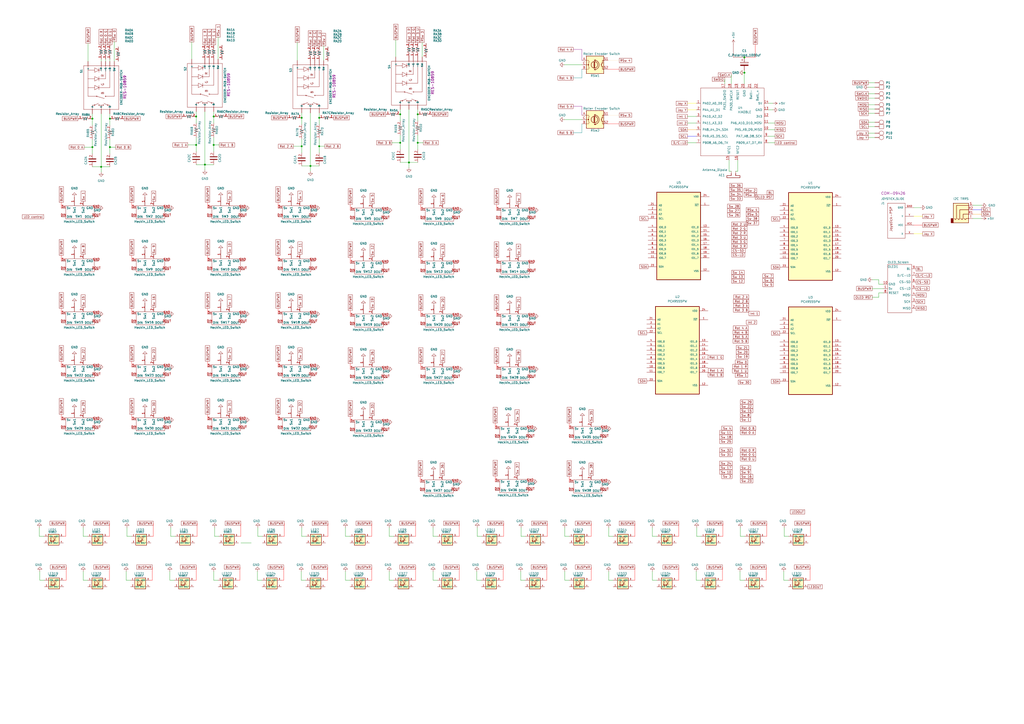
<source format=kicad_sch>
(kicad_sch (version 20211123) (generator eeschema)
  (paper "A2")
  (junction (at 118.872 95.504))
  (junction (at 53.594 85.344))
  (junction (at 123.952 67.564))
  (junction (at 53.594 68.834))
  (junction (at 185.166 84.836))
  (junction (at 431.8 42.164))
  (junction (at 232.156 66.294))
  (junction (at 242.316 66.294))
  (junction (at 232.156 82.804))
  (junction (at 58.674 96.774))
  (junction (at 242.316 82.804))
  (junction (at 431.8 33.274))
  (junction (at 113.792 67.564))
  (junction (at 123.952 84.074))
  (junction (at 237.236 94.234))
  (junction (at 175.006 84.836))
  (junction (at 180.086 96.266))
  (junction (at 185.166 68.326))
  (junction (at 113.792 84.074))
  (junction (at 63.754 85.344))
  (junction (at 63.754 68.834))
  (junction (at 175.006 68.326))
  (wire (pts (xy 276.606 331.47) (xy 276.606 336.55)))
  (wire (pts (xy 327.66 311.15) (xy 330.2 311.15)))
  (wire (pts (xy 63.754 66.04) (xy 63.754 68.834)))
  (wire (pts (xy 468.884 314.96) (xy 468.884 321.056)) (stroke (width 0) (color 255 255 255 1)))
  (wire (pts (xy 76.454 165.354) (xy 76.454 156.464)) (stroke (width 0) (color 255 255 255 1)))
  (wire (pts (xy 378.46 306.07) (xy 378.46 311.15)))
  (wire (pts (xy 269.24 219.202) (xy 269.24 197.358)) (stroke (width 0) (color 255 255 255 1)))
  (wire (pts (xy 316.23 314.96) (xy 330.2 314.96)) (stroke (width 0) (color 255 255 255 1)))
  (wire (pts (xy 203.2 125.73) (xy 203.2 127)) (stroke (width 0) (color 255 255 255 1)))
  (wire (pts (xy 35.56 117.348) (xy 35.56 120.65)) (stroke (width 0) (color 255 0 0 1)))
  (wire (pts (xy 398.78 71.374) (xy 403.86 71.374)))
  (wire (pts (xy 163.322 340.36) (xy 177.292 340.36)) (stroke (width 0) (color 255 255 255 1)))
  (wire (pts (xy 76.454 226.822) (xy 76.454 217.932)) (stroke (width 0) (color 255 255 255 1)))
  (wire (pts (xy 161.29 165.354) (xy 161.29 156.464)) (stroke (width 0) (color 255 255 255 1)))
  (wire (pts (xy 37.084 340.36) (xy 50.8 340.36)) (stroke (width 0) (color 255 255 255 1)))
  (wire (pts (xy 242.316 82.804) (xy 245.618 82.804)))
  (wire (pts (xy 18.034 340.36) (xy 25.654 340.36)) (stroke (width 0) (color 255 255 255 1)))
  (wire (pts (xy 308.864 253.746) (xy 330.2 253.746)) (stroke (width 0) (color 255 255 255 1)))
  (wire (pts (xy 141.986 196.088) (xy 117.094 196.088)) (stroke (width 0) (color 255 255 255 1)))
  (wire (pts (xy 356.362 264.16) (xy 325.12 264.16)) (stroke (width 0) (color 255 255 255 1)))
  (wire (pts (xy 308.864 284.48) (xy 314.96 284.48)) (stroke (width 0) (color 255 255 255 1)))
  (wire (pts (xy 38.1 311.15) (xy 36.83 311.15)) (stroke (width 0) (color 255 0 0 1)))
  (wire (pts (xy 164.846 311.15) (xy 163.576 311.15)) (stroke (width 0) (color 255 0 0 1)))
  (wire (pts (xy 279.146 227.838) (xy 279.146 284.48)) (stroke (width 0) (color 255 255 255 1)))
  (wire (pts (xy 63.5 328.93) (xy 63.5 336.55)) (stroke (width 0) (color 255 0 0 1)))
  (wire (pts (xy 215.646 336.55) (xy 214.376 336.55)) (stroke (width 0) (color 255 0 0 1)))
  (wire (pts (xy 232.156 78.486) (xy 232.156 82.804)))
  (wire (pts (xy 180.086 65.532) (xy 180.086 96.266)))
  (wire (pts (xy 351.79 253.746) (xy 356.362 253.746)) (stroke (width 0) (color 255 255 255 1)))
  (wire (pts (xy 63.754 89.154) (xy 63.754 85.344)))
  (wire (pts (xy 287.274 245.364) (xy 287.274 248.666)) (stroke (width 0) (color 255 0 0 1)))
  (wire (pts (xy 141.986 187.198) (xy 141.986 196.088)) (stroke (width 0) (color 255 255 255 1)))
  (wire (pts (xy 61.214 34.29) (xy 61.214 35.56)))
  (wire (pts (xy 332.486 45.212) (xy 337.566 45.212)) (stroke (width 0) (color 0 132 132 1)))
  (wire (pts (xy 88.9 311.15) (xy 87.63 311.15)) (stroke (width 0) (color 255 0 0 1)))
  (wire (pts (xy 215.646 311.15) (xy 214.376 311.15)) (stroke (width 0) (color 255 0 0 1)))
  (wire (pts (xy 185.166 88.646) (xy 185.166 84.836)))
  (wire (pts (xy 398.78 59.944) (xy 403.86 59.944)) (stroke (width 0) (color 255 255 0 1)))
  (wire (pts (xy 341.63 340.36) (xy 355.6 340.36)) (stroke (width 0) (color 255 255 255 1)))
  (wire (pts (xy 309.626 188.468) (xy 309.626 197.358)) (stroke (width 0) (color 255 255 255 1)))
  (wire (pts (xy 314.96 284.48) (xy 314.96 263.906)) (stroke (width 0) (color 255 255 255 1)))
  (wire (pts (xy 123.952 64.77) (xy 123.952 67.564)))
  (wire (pts (xy 429.514 311.15) (xy 432.054 311.15)))
  (wire (pts (xy 266.446 328.93) (xy 266.446 336.55)) (stroke (width 0) (color 255 0 0 1)))
  (wire (pts (xy 292.1 311.15) (xy 290.83 311.15)) (stroke (width 0) (color 255 0 0 1)))
  (wire (pts (xy 503.682 70.866) (xy 507.492 70.866)))
  (wire (pts (xy 101.6 217.932) (xy 101.6 196.088)) (stroke (width 0) (color 255 255 255 1)))
  (wire (pts (xy 186.436 217.932) (xy 186.436 196.088)) (stroke (width 0) (color 255 255 255 1)))
  (wire (pts (xy 530.098 130.556) (xy 535.178 130.556)) (stroke (width 0) (color 255 0 0 1)))
  (wire (pts (xy 123.952 95.504) (xy 118.872 95.504)))
  (wire (pts (xy 73.152 331.47) (xy 73.152 336.55)))
  (wire (pts (xy 141.986 226.822) (xy 117.094 226.822)) (stroke (width 0) (color 255 255 255 1)))
  (wire (pts (xy 101.6 187.198) (xy 101.6 165.354)) (stroke (width 0) (color 255 255 255 1)))
  (wire (pts (xy 332.486 76.962) (xy 337.566 76.962)) (stroke (width 0) (color 0 132 132 1)))
  (wire (pts (xy 57.15 165.354) (xy 32.258 165.354)) (stroke (width 0) (color 255 255 255 1)))
  (wire (pts (xy 186.436 226.822) (xy 161.29 226.822)) (stroke (width 0) (color 255 255 255 1)))
  (wire (pts (xy 35.56 148.082) (xy 35.56 151.384)) (stroke (width 0) (color 255 0 0 1)))
  (wire (pts (xy 139.7 303.53) (xy 139.7 311.15)) (stroke (width 0) (color 255 0 0 1)))
  (wire (pts (xy 265.176 340.36) (xy 279.146 340.36)) (stroke (width 0) (color 255 255 255 1)))
  (wire (pts (xy 503.682 60.706) (xy 507.492 60.706)))
  (wire (pts (xy 57.15 217.932) (xy 57.15 226.822)) (stroke (width 0) (color 255 255 255 1)))
  (wire (pts (xy 58.674 34.29) (xy 58.674 35.56)))
  (wire (pts (xy 111.252 24.384) (xy 111.252 34.29)))
  (wire (pts (xy 431.8 40.894) (xy 431.8 42.164)))
  (wire (pts (xy 48.26 336.55) (xy 50.8 336.55)))
  (wire (pts (xy 424.18 43.434) (xy 424.18 48.514)))
  (wire (pts (xy 241.046 336.55) (xy 239.776 336.55)) (stroke (width 0) (color 255 0 0 1)))
  (wire (pts (xy 53.594 66.04) (xy 53.594 68.834)))
  (wire (pts (xy 449.58 78.994) (xy 445.77 78.994)))
  (wire (pts (xy 287.274 276.098) (xy 287.274 279.4)) (stroke (width 0) (color 255 0 0 1)))
  (wire (pts (xy 117.094 226.822) (xy 117.094 248.666)) (stroke (width 0) (color 255 255 255 1)))
  (wire (pts (xy 359.156 35.052) (xy 352.806 35.052)) (stroke (width 0) (color 255 229 191 1)))
  (wire (pts (xy 309.626 127) (xy 309.626 135.89)) (stroke (width 0) (color 255 255 255 1)))
  (wire (pts (xy 470.154 311.15) (xy 468.884 311.15)) (stroke (width 0) (color 255 0 0 1)))
  (wire (pts (xy 199.898 249.936) (xy 203.2 249.936)) (stroke (width 0) (color 255 255 255 1)))
  (wire (pts (xy 327.66 306.07) (xy 327.66 311.15)))
  (wire (pts (xy 180.086 96.266) (xy 180.086 99.314)))
  (wire (pts (xy 99.06 311.15) (xy 101.6 311.15)))
  (wire (pts (xy 113.792 67.564) (xy 113.792 71.374)))
  (wire (pts (xy 237.236 63.5) (xy 237.236 94.234)))
  (wire (pts (xy 161.29 240.284) (xy 161.29 243.586)) (stroke (width 0) (color 255 0 0 1)))
  (wire (pts (xy 22.86 306.07) (xy 22.86 311.15)))
  (wire (pts (xy 190.246 311.15) (xy 188.976 311.15)) (stroke (width 0) (color 255 0 0 1)))
  (wire (pts (xy 276.86 306.07) (xy 276.86 311.15)))
  (wire (pts (xy 224.79 219.202) (xy 224.79 228.092)) (stroke (width 0) (color 255 255 255 1)))
  (wire (pts (xy 174.752 336.55) (xy 177.292 336.55)))
  (wire (pts (xy 420.37 45.974) (xy 420.37 48.514)))
  (wire (pts (xy 509.778 164.846) (xy 512.318 164.846)))
  (wire (pts (xy 53.594 81.026) (xy 53.594 85.344)))
  (wire (pts (xy 269.24 188.468) (xy 269.24 166.624)) (stroke (width 0) (color 255 255 255 1)))
  (wire (pts (xy 117.094 217.932) (xy 120.396 217.932)) (stroke (width 0) (color 255 255 255 1)))
  (wire (pts (xy 138.43 314.96) (xy 139.7 314.96)) (stroke (width 0) (color 255 255 255 1)))
  (wire (pts (xy 32.258 248.666) (xy 35.56 248.666)) (stroke (width 0) (color 255 255 255 1)))
  (wire (pts (xy 417.83 340.36) (xy 431.8 340.36)) (stroke (width 0) (color 255 255 255 1)))
  (wire (pts (xy 288.036 180.086) (xy 288.036 183.388)) (stroke (width 0) (color 255 0 0 1)))
  (wire (pts (xy 225.806 331.47) (xy 225.806 336.55)))
  (wire (pts (xy 203.2 180.086) (xy 203.2 183.388)) (stroke (width 0) (color 255 0 0 1)))
  (wire (pts (xy 188.722 340.36) (xy 202.946 340.36)) (stroke (width 0) (color 255 255 255 1)))
  (wire (pts (xy 279.146 284.48) (xy 287.274 284.48)) (stroke (width 0) (color 255 255 255 1)))
  (wire (pts (xy 123.952 79.756) (xy 123.952 84.074)))
  (wire (pts (xy 359.156 71.882) (xy 352.806 71.882)) (stroke (width 0) (color 255 0 0 1)))
  (wire (pts (xy 368.3 311.15) (xy 367.03 311.15)) (stroke (width 0) (color 255 0 0 1)))
  (wire (pts (xy 431.8 42.164) (xy 431.8 48.514)))
  (wire (pts (xy 392.43 340.36) (xy 406.4 340.36)) (stroke (width 0) (color 255 255 255 1)))
  (wire (pts (xy 443.23 340.36) (xy 457.2 340.36)) (stroke (width 0) (color 255 255 255 1)))
  (wire (pts (xy 123.952 84.074) (xy 127.254 84.074)))
  (wire (pts (xy 76.454 134.62) (xy 76.454 125.73)) (stroke (width 0) (color 255 255 255 1)))
  (wire (pts (xy 503.682 54.356) (xy 507.492 54.356)))
  (wire (pts (xy 186.436 196.088) (xy 161.29 196.088)) (stroke (width 0) (color 255 255 255 1)))
  (wire (pts (xy 185.166 96.266) (xy 180.086 96.266)))
  (wire (pts (xy 25.4 314.96) (xy 17.78 314.96)) (stroke (width 0) (color 255 255 255 1)))
  (wire (pts (xy 53.594 89.154) (xy 53.594 85.344)))
  (wire (pts (xy 332.486 61.722) (xy 337.566 61.722)) (stroke (width 0) (color 132 0 132 1)))
  (wire (pts (xy 276.86 311.15) (xy 279.4 311.15)))
  (wire (pts (xy 332.486 28.702) (xy 337.566 28.702)) (stroke (width 0) (color 132 0 132 1)))
  (wire (pts (xy 186.436 156.464) (xy 186.436 134.62)) (stroke (width 0) (color 255 255 255 1)))
  (wire (pts (xy 32.258 156.464) (xy 35.56 156.464)) (stroke (width 0) (color 255 255 255 1)))
  (wire (pts (xy 569.468 119.126) (xy 564.388 119.126)))
  (wire (pts (xy 23.114 331.47) (xy 23.114 336.55)))
  (wire (pts (xy 120.396 209.55) (xy 120.396 212.852)) (stroke (width 0) (color 255 0 0 1)))
  (wire (pts (xy 88.392 336.55) (xy 87.122 336.55)) (stroke (width 0) (color 255 0 0 1)))
  (wire (pts (xy 57.15 196.088) (xy 32.258 196.088)) (stroke (width 0) (color 255 255 255 1)))
  (wire (pts (xy 164.592 328.93) (xy 164.592 336.55)) (stroke (width 0) (color 255 0 0 1)))
  (wire (pts (xy 291.846 336.55) (xy 290.576 336.55)) (stroke (width 0) (color 255 0 0 1)))
  (wire (pts (xy 123.952 67.564) (xy 123.952 71.374)))
  (wire (pts (xy 118.872 64.77) (xy 118.872 95.504)))
  (wire (pts (xy 161.29 134.62) (xy 161.29 125.73)) (stroke (width 0) (color 255 255 255 1)))
  (wire (pts (xy 314.96 263.906) (xy 287.274 263.906)) (stroke (width 0) (color 255 255 255 1)))
  (wire (pts (xy 265.684 219.202) (xy 269.24 219.202)) (stroke (width 0) (color 255 255 255 1)))
  (wire (pts (xy 503.682 63.246) (xy 507.492 63.246)))
  (wire (pts (xy 337.566 76.962) (xy 337.566 71.882)) (stroke (width 0) (color 0 132 132 1)))
  (wire (pts (xy 17.78 314.96) (xy 17.78 294.64)) (stroke (width 0) (color 255 255 255 1)))
  (wire (pts (xy 161.29 178.816) (xy 161.29 182.118)) (stroke (width 0) (color 255 0 0 1)))
  (wire (pts (xy 403.86 331.47) (xy 403.86 336.55)))
  (wire (pts (xy 269.24 197.358) (xy 244.094 197.358)) (stroke (width 0) (color 255 255 255 1)))
  (wire (pts (xy 266.446 336.55) (xy 265.176 336.55)) (stroke (width 0) (color 255 0 0 1)))
  (wire (pts (xy 175.006 80.518) (xy 175.006 84.836)))
  (wire (pts (xy 187.706 26.67) (xy 187.706 35.052)))
  (wire (pts (xy 117.094 134.62) (xy 117.094 156.464)) (stroke (width 0) (color 255 255 255 1)))
  (wire (pts (xy 224.79 249.936) (xy 236.22 249.936)) (stroke (width 0) (color 255 255 255 1)))
  (wire (pts (xy 57.15 156.464) (xy 57.15 165.354)) (stroke (width 0) (color 255 255 255 1)))
  (wire (pts (xy 265.684 157.734) (xy 269.24 157.734)) (stroke (width 0) (color 255 255 255 1)))
  (wire (pts (xy 353.06 311.15) (xy 355.6 311.15)))
  (wire (pts (xy 325.12 284.734) (xy 330.2 284.734)) (stroke (width 0) (color 255 255 255 1)))
  (wire (pts (xy 353.06 306.07) (xy 353.06 311.15)))
  (wire (pts (xy 63.754 34.29) (xy 63.754 35.56)))
  (wire (pts (xy 225.806 311.15) (xy 228.346 311.15)))
  (wire (pts (xy 509.778 162.306) (xy 505.968 162.306)))
  (wire (pts (xy 123.952 336.55) (xy 126.492 336.55)))
  (wire (pts (xy 101.6 134.62) (xy 76.454 134.62)) (stroke (width 0) (color 255 255 255 1)))
  (wire (pts (xy 266.446 303.53) (xy 266.446 311.15)) (stroke (width 0) (color 255 0 0 1)))
  (wire (pts (xy 503.682 77.216) (xy 507.492 77.216)))
  (wire (pts (xy 32.258 217.932) (xy 35.56 217.932)) (stroke (width 0) (color 255 255 255 1)))
  (wire (pts (xy 269.24 157.734) (xy 269.24 135.89)) (stroke (width 0) (color 255 255 255 1)))
  (wire (pts (xy 503.682 65.786) (xy 507.492 65.786)))
  (wire (pts (xy 114.3 303.53) (xy 114.3 311.15)) (stroke (width 0) (color 255 0 0 1)))
  (wire (pts (xy 188.976 314.96) (xy 202.946 314.96)) (stroke (width 0) (color 255 255 255 1)))
  (wire (pts (xy 139.192 336.55) (xy 137.922 336.55)) (stroke (width 0) (color 255 0 0 1)))
  (wire (pts (xy 284.734 219.202) (xy 288.036 219.202)) (stroke (width 0) (color 255 255 255 1)))
  (wire (pts (xy 214.376 314.96) (xy 228.346 314.96)) (stroke (width 0) (color 255 255 255 1)))
  (wire (pts (xy 398.78 75.184) (xy 403.86 75.184)) (stroke (width 0) (color 255 153 0 1)))
  (wire (pts (xy 36.83 314.96) (xy 50.8 314.96)) (stroke (width 0) (color 255 255 255 1)))
  (wire (pts (xy 141.986 134.62) (xy 117.094 134.62)) (stroke (width 0) (color 255 255 255 1)))
  (wire (pts (xy 243.84 276.352) (xy 243.84 279.654)) (stroke (width 0) (color 255 0 0 1)))
  (wire (pts (xy 288.036 149.352) (xy 288.036 152.654)) (stroke (width 0) (color 255 0 0 1)))
  (wire (pts (xy 569.468 126.746) (xy 564.388 126.746)))
  (wire (pts (xy 182.88 187.198) (xy 186.436 187.198)) (stroke (width 0) (color 255 255 255 1)))
  (wire (pts (xy 444.754 303.53) (xy 444.754 311.15)) (stroke (width 0) (color 255 0 0 1)))
  (wire (pts (xy 342.9 328.93) (xy 342.9 336.55)) (stroke (width 0) (color 255 0 0 1)))
  (wire (pts (xy 241.046 328.93) (xy 241.046 336.55)) (stroke (width 0) (color 255 0 0 1)))
  (wire (pts (xy 290.576 340.36) (xy 304.546 340.36)) (stroke (width 0) (color 255 255 255 1)))
  (wire (pts (xy 35.56 209.55) (xy 35.56 212.852)) (stroke (width 0) (color 255 0 0 1)))
  (wire (pts (xy 98.044 125.73) (xy 120.396 125.73)) (stroke (width 0) (color 255 255 255 1)))
  (wire (pts (xy 448.31 59.944) (xy 445.77 59.944)))
  (wire (pts (xy 174.752 331.47) (xy 174.752 336.55)))
  (wire (pts (xy 284.734 166.624) (xy 284.734 188.468)) (stroke (width 0) (color 255 255 255 1)))
  (wire (pts (xy 182.88 217.932) (xy 186.436 217.932)) (stroke (width 0) (color 255 255 255 1)))
  (wire (pts (xy 185.166 84.836) (xy 188.468 84.836)))
  (wire (pts (xy 242.316 78.486) (xy 242.316 82.804)))
  (wire (pts (xy 367.03 314.96) (xy 381 314.96)) (stroke (width 0) (color 255 255 255 1)))
  (wire (pts (xy 426.72 99.314) (xy 427.99 99.314)))
  (wire (pts (xy 317.246 336.55) (xy 315.976 336.55)) (stroke (width 0) (color 255 0 0 1)))
  (wire (pts (xy 88.392 328.93) (xy 88.392 336.55)) (stroke (width 0) (color 255 0 0 1)))
  (wire (pts (xy 98.044 248.666) (xy 101.6 248.666)) (stroke (width 0) (color 255 255 255 1)))
  (wire (pts (xy 200.406 336.55) (xy 202.946 336.55)))
  (wire (pts (xy 141.986 165.354) (xy 117.094 165.354)) (stroke (width 0) (color 255 255 255 1)))
  (wire (pts (xy 454.66 331.47) (xy 454.66 336.55)))
  (wire (pts (xy 32.258 226.822) (xy 32.258 248.666)) (stroke (width 0) (color 255 255 255 1)))
  (wire (pts (xy 443.484 314.96) (xy 457.454 314.96)) (stroke (width 0) (color 255 255 255 1)))
  (wire (pts (xy 98.044 187.198) (xy 101.6 187.198)) (stroke (width 0) (color 255 255 255 1)))
  (wire (pts (xy 224.79 197.358) (xy 199.898 197.358)) (stroke (width 0) (color 255 255 255 1)))
  (wire (pts (xy 288.036 118.618) (xy 288.036 121.92)) (stroke (width 0) (color 255 0 0 1)))
  (wire (pts (xy 114.3 311.15) (xy 113.03 311.15)) (stroke (width 0) (color 255 0 0 1)))
  (wire (pts (xy 448.31 63.754) (xy 445.77 63.754)))
  (wire (pts (xy 98.044 156.464) (xy 101.6 156.464)) (stroke (width 0) (color 255 255 255 1)))
  (wire (pts (xy 124.46 311.15) (xy 127 311.15)))
  (wire (pts (xy 87.122 340.36) (xy 101.092 340.36)) (stroke (width 0) (color 255 255 255 1)))
  (wire (pts (xy 48.26 331.47) (xy 48.26 336.55)))
  (wire (pts (xy 76.454 117.348) (xy 76.454 120.65)) (stroke (width 0) (color 255 0 0 1)))
  (wire (pts (xy 232.156 94.234) (xy 237.236 94.234)))
  (wire (pts (xy 224.79 228.092) (xy 199.898 228.092)) (stroke (width 0) (color 255 255 255 1)))
  (wire (pts (xy 422.91 92.964) (xy 422.91 99.314)))
  (wire (pts (xy 161.29 196.088) (xy 161.29 187.198)) (stroke (width 0) (color 255 255 255 1)))
  (wire (pts (xy 73.152 336.55) (xy 75.692 336.55)))
  (wire (pts (xy 291.846 328.93) (xy 291.846 336.55)) (stroke (width 0) (color 255 0 0 1)))
  (wire (pts (xy 368.3 328.93) (xy 368.3 336.55)) (stroke (width 0) (color 255 0 0 1)))
  (wire (pts (xy 509.778 169.926) (xy 512.318 169.926)))
  (wire (pts (xy 224.79 188.468) (xy 224.79 197.358)) (stroke (width 0) (color 255 255 255 1)))
  (wire (pts (xy 242.316 86.614) (xy 242.316 82.804)))
  (wire (pts (xy 164.592 336.55) (xy 163.322 336.55)) (stroke (width 0) (color 255 0 0 1)))
  (wire (pts (xy 429.26 336.55) (xy 431.8 336.55)))
  (wire (pts (xy 251.206 336.55) (xy 253.746 336.55)))
  (wire (pts (xy 392.43 314.96) (xy 406.654 314.96)) (stroke (width 0) (color 255 255 255 1)))
  (wire (pts (xy 309.626 227.838) (xy 279.146 227.838)) (stroke (width 0) (color 255 255 255 1)))
  (wire (pts (xy 186.436 165.354) (xy 161.29 165.354)) (stroke (width 0) (color 255 255 255 1)))
  (wire (pts (xy 393.7 303.53) (xy 393.7 311.15)) (stroke (width 0) (color 255 0 0 1)))
  (wire (pts (xy 199.898 135.89) (xy 199.898 157.734)) (stroke (width 0) (color 255 255 255 1)))
  (wire (pts (xy 215.646 328.93) (xy 215.646 336.55)) (stroke (width 0) (color 255 0 0 1)))
  (wire (pts (xy 149.352 331.47) (xy 149.352 336.55)))
  (wire (pts (xy 342.9 336.55) (xy 341.63 336.55)) (stroke (width 0) (color 255 0 0 1)))
  (wire (pts (xy 225.806 306.07) (xy 225.806 311.15)))
  (wire (pts (xy 63.5 311.15) (xy 62.23 311.15)) (stroke (width 0) (color 255 0 0 1)))
  (wire (pts (xy 32.258 165.354) (xy 32.258 187.198)) (stroke (width 0) (color 255 255 255 1)))
  (wire (pts (xy 359.156 40.132) (xy 352.806 40.132)) (stroke (width 0) (color 255 0 0 1)))
  (wire (pts (xy 224.79 157.734) (xy 224.79 166.624)) (stroke (width 0) (color 255 255 255 1)))
  (wire (pts (xy 353.06 331.47) (xy 353.06 336.55)))
  (wire (pts (xy 337.566 61.722) (xy 337.566 66.802)) (stroke (width 0) (color 132 0 132 1)))
  (wire (pts (xy 265.176 314.96) (xy 279.4 314.96)) (stroke (width 0) (color 255 255 255 1)))
  (wire (pts (xy 101.6 248.666) (xy 101.6 226.822)) (stroke (width 0) (color 255 255 255 1)))
  (wire (pts (xy 505.968 172.466) (xy 509.778 172.466)))
  (wire (pts (xy 429.26 331.47) (xy 429.26 336.55)))
  (wire (pts (xy 232.156 66.294) (xy 232.156 70.104)))
  (wire (pts (xy 203.2 118.618) (xy 203.2 121.92)) (stroke (width 0) (color 255 0 0 1)))
  (wire (pts (xy 126.492 21.59) (xy 126.492 34.29)))
  (wire (pts (xy 175.006 306.07) (xy 175.006 311.15)))
  (wire (pts (xy 161.29 209.55) (xy 161.29 212.852)) (stroke (width 0) (color 255 0 0 1)))
  (wire (pts (xy 244.094 180.086) (xy 244.094 183.388)) (stroke (width 0) (color 255 0 0 1)))
  (wire (pts (xy 404.114 311.15) (xy 406.654 311.15)))
  (wire (pts (xy 359.156 66.802) (xy 352.806 66.802)) (stroke (width 0) (color 255 229 191 1)))
  (wire (pts (xy 378.46 336.55) (xy 381 336.55)))
  (wire (pts (xy 367.03 340.36) (xy 381 340.36)) (stroke (width 0) (color 255 255 255 1)))
  (wire (pts (xy 227.33 82.804) (xy 232.156 82.804)))
  (wire (pts (xy 503.682 48.006) (xy 507.492 48.006)))
  (wire (pts (xy 38.354 336.55) (xy 37.084 336.55)) (stroke (width 0) (color 255 0 0 1)))
  (wire (pts (xy 113.792 87.884) (xy 113.792 84.074)))
  (wire (pts (xy 444.5 336.55) (xy 443.23 336.55)) (stroke (width 0) (color 255 0 0 1)))
  (wire (pts (xy 58.674 96.774) (xy 53.594 96.774)))
  (wire (pts (xy 203.2 149.352) (xy 203.2 152.654)) (stroke (width 0) (color 255 0 0 1)))
  (wire (pts (xy 327.406 69.342) (xy 337.566 69.342)))
  (wire (pts (xy 236.22 284.734) (xy 243.84 284.734)) (stroke (width 0) (color 255 255 255 1)))
  (wire (pts (xy 569.468 121.666) (xy 564.388 121.666)) (stroke (width 0) (color 0 0 255 1)))
  (wire (pts (xy 292.1 303.53) (xy 292.1 311.15)) (stroke (width 0) (color 255 0 0 1)))
  (wire (pts (xy 422.91 99.314) (xy 424.18 99.314)))
  (wire (pts (xy 468.884 321.056) (xy 18.034 321.056)) (stroke (width 0) (color 255 255 255 1)))
  (wire (pts (xy 503.682 79.756) (xy 507.492 79.756)))
  (wire (pts (xy 149.606 311.15) (xy 152.146 311.15)))
  (wire (pts (xy 327.66 336.55) (xy 330.2 336.55)))
  (wire (pts (xy 454.914 311.15) (xy 457.454 311.15)))
  (wire (pts (xy 108.966 84.074) (xy 113.792 84.074)))
  (wire (pts (xy 22.86 311.15) (xy 25.4 311.15)))
  (wire (pts (xy 470.154 303.53) (xy 470.154 311.15)) (stroke (width 0) (color 255 0 0 1)))
  (wire (pts (xy 35.56 178.816) (xy 35.56 182.118)) (stroke (width 0) (color 255 0 0 1)))
  (wire (pts (xy 113.792 79.756) (xy 113.792 84.074)))
  (wire (pts (xy 124.46 306.07) (xy 124.46 311.15)))
  (wire (pts (xy 237.236 94.234) (xy 237.236 97.282)))
  (wire (pts (xy 185.166 68.326) (xy 185.166 72.136)))
  (wire (pts (xy 57.15 248.666) (xy 76.454 248.666)) (stroke (width 0) (color 255 255 255 1)))
  (wire (pts (xy 215.646 303.53) (xy 215.646 311.15)) (stroke (width 0) (color 255 0 0 1)))
  (wire (pts (xy 317.5 311.15) (xy 316.23 311.15)) (stroke (width 0) (color 255 0 0 1)))
  (wire (pts (xy 251.206 311.15) (xy 253.746 311.15)))
  (wire (pts (xy 449.58 82.804) (xy 445.77 82.804)))
  (wire (pts (xy 63.5 303.53) (xy 63.5 311.15)) (stroke (width 0) (color 255 0 0 1)))
  (wire (pts (xy 57.15 125.73) (xy 57.15 134.62)) (stroke (width 0) (color 255 255 255 1)))
  (wire (pts (xy 32.258 187.198) (xy 35.56 187.198)) (stroke (width 0) (color 255 255 255 1)))
  (wire (pts (xy 505.968 167.386) (xy 512.318 167.386)))
  (wire (pts (xy 120.396 178.816) (xy 120.396 182.118)) (stroke (width 0) (color 255 0 0 1)))
  (wire (pts (xy 203.2 241.554) (xy 203.2 244.856)) (stroke (width 0) (color 255 0 0 1)))
  (wire (pts (xy 469.9 328.93) (xy 469.9 336.55)) (stroke (width 0) (color 255 0 0 1)))
  (wire (pts (xy 309.626 197.358) (xy 284.734 197.358)) (stroke (width 0) (color 255 255 255 1)))
  (wire (pts (xy 175.006 88.646) (xy 175.006 84.836)))
  (wire (pts (xy 38.354 328.93) (xy 38.354 336.55)) (stroke (width 0) (color 255 0 0 1)))
  (wire (pts (xy 63.754 68.834) (xy 63.754 72.644)))
  (wire (pts (xy 139.7 314.96) (xy 145.796 314.96)))
  (wire (pts (xy 88.9 303.53) (xy 88.9 311.15)) (stroke (width 0) (color 255 0 0 1)))
  (wire (pts (xy 272.034 228.092) (xy 244.094 228.092)) (stroke (width 0) (color 255 255 255 1)))
  (wire (pts (xy 141.986 217.932) (xy 141.986 226.822)) (stroke (width 0) (color 255 255 255 1)))
  (wire (pts (xy 186.436 248.666) (xy 186.436 226.822)) (stroke (width 0) (color 255 255 255 1)))
  (wire (pts (xy 224.79 166.624) (xy 199.898 166.624)) (stroke (width 0) (color 255 255 255 1)))
  (wire (pts (xy 170.18 84.836) (xy 175.006 84.836)))
  (wire (pts (xy 62.23 340.36) (xy 75.692 340.36)) (stroke (width 0) (color 255 255 255 1)))
  (wire (pts (xy 244.094 118.618) (xy 244.094 121.92)) (stroke (width 0) (color 255 0 0 1)))
  (wire (pts (xy 244.856 24.638) (xy 244.856 33.02)))
  (wire (pts (xy 425.45 33.274) (xy 431.8 33.274)) (stroke (width 0) (color 132 0 0 1)))
  (wire (pts (xy 57.15 187.198) (xy 57.15 196.088)) (stroke (width 0) (color 255 255 255 1)))
  (wire (pts (xy 182.88 156.464) (xy 186.436 156.464)) (stroke (width 0) (color 255 255 255 1)))
  (wire (pts (xy 276.606 336.55) (xy 279.146 336.55)))
  (wire (pts (xy 118.872 95.504) (xy 118.872 98.552)))
  (wire (pts (xy 139.192 328.93) (xy 139.192 336.55)) (stroke (width 0) (color 255 0 0 1)))
  (wire (pts (xy 284.734 157.734) (xy 288.036 157.734)) (stroke (width 0) (color 255 255 255 1)))
  (wire (pts (xy 101.6 156.464) (xy 101.6 134.62)) (stroke (width 0) (color 255 255 255 1)))
  (wire (pts (xy 17.78 294.64) (xy 351.79 294.64)) (stroke (width 0) (color 255 255 255 1)))
  (wire (pts (xy 351.79 294.64) (xy 351.79 284.734)) (stroke (width 0) (color 255 255 255 1)))
  (wire (pts (xy 284.734 197.358) (xy 284.734 219.202)) (stroke (width 0) (color 255 255 255 1)))
  (wire (pts (xy 63.754 96.774) (xy 58.674 96.774)))
  (wire (pts (xy 149.606 306.07) (xy 149.606 311.15)))
  (wire (pts (xy 229.616 23.114) (xy 229.616 33.02)))
  (wire (pts (xy 161.29 148.082) (xy 161.29 151.384)) (stroke (width 0) (color 255 0 0 1)))
  (wire (pts (xy 199.898 228.092) (xy 199.898 249.936)) (stroke (width 0) (color 255 255 255 1)))
  (wire (pts (xy 48.26 311.15) (xy 50.8 311.15)))
  (wire (pts (xy 269.24 166.624) (xy 244.094 166.624)) (stroke (width 0) (color 255 255 255 1)))
  (wire (pts (xy 393.7 336.55) (xy 392.43 336.55)) (stroke (width 0) (color 255 0 0 1)))
  (wire (pts (xy 327.406 37.592) (xy 337.566 37.592)))
  (wire (pts (xy 66.294 24.13) (xy 66.294 35.56)))
  (wire (pts (xy 180.086 96.266) (xy 175.006 96.266)))
  (wire (pts (xy 244.094 149.352) (xy 244.094 152.654)) (stroke (width 0) (color 255 0 0 1)))
  (wire (pts (xy 530.098 120.396) (xy 533.908 120.396)))
  (wire (pts (xy 145.796 314.96) (xy 152.146 314.96)) (stroke (width 0) (color 255 255 255 1)))
  (wire (pts (xy 175.006 65.532) (xy 175.006 68.326)))
  (wire (pts (xy 342.9 303.53) (xy 342.9 311.15)) (stroke (width 0) (color 255 0 0 1)))
  (wire (pts (xy 309.626 135.89) (xy 284.734 135.89)) (stroke (width 0) (color 255 255 255 1)))
  (wire (pts (xy 398.78 67.564) (xy 403.86 67.564)))
  (wire (pts (xy 272.034 284.734) (xy 272.034 228.092)) (stroke (width 0) (color 255 255 255 1)))
  (wire (pts (xy 57.15 226.822) (xy 32.258 226.822)) (stroke (width 0) (color 255 255 255 1)))
  (wire (pts (xy 214.376 340.36) (xy 228.346 340.36)) (stroke (width 0) (color 255 255 255 1)))
  (wire (pts (xy 225.806 336.55) (xy 228.346 336.55)))
  (wire (pts (xy 113.03 314.96) (xy 127 314.96)) (stroke (width 0) (color 255 255 255 1)))
  (wire (pts (xy 53.594 68.834) (xy 53.594 72.644)))
  (wire (pts (xy 113.792 336.55) (xy 112.522 336.55)) (stroke (width 0) (color 255 0 0 1)))
  (wire (pts (xy 199.898 197.358) (xy 199.898 219.202)) (stroke (width 0) (color 255 255 255 1)))
  (wire (pts (xy 398.78 78.994) (xy 403.86 78.994)) (stroke (width 0) (color 0 0 255 1)))
  (wire (pts (xy 368.3 336.55) (xy 367.03 336.55)) (stroke (width 0) (color 255 0 0 1)))
  (wire (pts (xy 51.054 25.146) (xy 51.054 35.56)))
  (wire (pts (xy 288.036 210.82) (xy 288.036 214.122)) (stroke (width 0) (color 255 0 0 1)))
  (wire (pts (xy 317.5 303.53) (xy 317.5 311.15)) (stroke (width 0) (color 255 0 0 1)))
  (wire (pts (xy 449.58 71.374) (xy 445.77 71.374)))
  (wire (pts (xy 449.58 75.184) (xy 445.77 75.184)))
  (wire (pts (xy 393.7 328.93) (xy 393.7 336.55)) (stroke (width 0) (color 255 0 0 1)))
  (wire (pts (xy 266.446 311.15) (xy 265.176 311.15)) (stroke (width 0) (color 255 0 0 1)))
  (wire (pts (xy 175.006 311.15) (xy 177.546 311.15)))
  (wire (pts (xy 76.454 196.088) (xy 76.454 187.198)) (stroke (width 0) (color 255 255 255 1)))
  (wire (pts (xy 239.776 314.96) (xy 253.746 314.96)) (stroke (width 0) (color 255 255 255 1)))
  (wire (pts (xy 242.316 94.234) (xy 237.236 94.234)))
  (wire (pts (xy 290.83 314.96) (xy 304.8 314.96)) (stroke (width 0) (color 255 255 255 1)))
  (wire (pts (xy 199.898 219.202) (xy 203.2 219.202)) (stroke (width 0) (color 255 255 255 1)))
  (wire (pts (xy 353.06 336.55) (xy 355.6 336.55)))
  (wire (pts (xy 327.66 331.47) (xy 327.66 336.55)))
  (wire (pts (xy 419.1 328.93) (xy 419.1 336.55)) (stroke (width 0) (color 255 0 0 1)))
  (wire (pts (xy 58.674 66.04) (xy 58.674 96.774)))
  (wire (pts (xy 175.006 68.326) (xy 175.006 72.136)))
  (wire (pts (xy 25.4 125.73) (xy 35.56 125.73)) (stroke (width 0) (color 255 255 255 1)))
  (wire (pts (xy 325.12 264.16) (xy 325.12 284.734)) (stroke (width 0) (color 255 255 255 1)))
  (wire (pts (xy 398.78 63.754) (xy 403.86 63.754)) (stroke (width 0) (color 255 255 0 1)))
  (wire (pts (xy 199.898 166.624) (xy 199.898 188.468)) (stroke (width 0) (color 255 255 255 1)))
  (wire (pts (xy 87.63 314.96) (xy 101.6 314.96)) (stroke (width 0) (color 255 255 255 1)))
  (wire (pts (xy 164.846 303.53) (xy 164.846 311.15)) (stroke (width 0) (color 255 0 0 1)))
  (wire (pts (xy 241.046 311.15) (xy 239.776 311.15)) (stroke (width 0) (color 255 0 0 1)))
  (wire (pts (xy 378.46 331.47) (xy 378.46 336.55)))
  (wire (pts (xy 98.552 331.47) (xy 98.552 336.55)))
  (wire (pts (xy 73.66 311.15) (xy 76.2 311.15)))
  (wire (pts (xy 284.734 188.468) (xy 288.036 188.468)) (stroke (width 0) (color 255 255 255 1)))
  (wire (pts (xy 57.15 134.62) (xy 32.258 134.62)) (stroke (width 0) (color 255 255 255 1)))
  (wire (pts (xy 199.898 157.734) (xy 203.2 157.734)) (stroke (width 0) (color 255 255 255 1)))
  (wire (pts (xy 189.992 336.55) (xy 188.722 336.55)) (stroke (width 0) (color 255 0 0 1)))
  (wire (pts (xy 63.5 336.55) (xy 62.23 336.55)) (stroke (width 0) (color 255 0 0 1)))
  (wire (pts (xy 265.684 127) (xy 288.036 127)) (stroke (width 0) (color 255 255 255 1)))
  (wire (pts (xy 186.436 187.198) (xy 186.436 165.354)) (stroke (width 0) (color 255 255 255 1)))
  (wire (pts (xy 120.396 117.348) (xy 120.396 120.65)) (stroke (width 0) (color 255 0 0 1)))
  (wire (pts (xy 63.754 85.344) (xy 67.056 85.344)))
  (wire (pts (xy 18.034 321.056) (xy 18.034 340.36)) (stroke (width 0) (color 255 255 255 1)))
  (wire (pts (xy 137.922 340.36) (xy 151.892 340.36)) (stroke (width 0) (color 255 255 255 1)))
  (wire (pts (xy 503.682 73.406) (xy 507.492 73.406)))
  (wire (pts (xy 317.246 328.93) (xy 317.246 336.55)) (stroke (width 0) (color 255 0 0 1)))
  (wire (pts (xy 200.406 311.15) (xy 202.946 311.15)))
  (wire (pts (xy 62.23 314.96) (xy 76.2 314.96)) (stroke (width 0) (color 255 255 255 1)))
  (wire (pts (xy 112.522 340.36) (xy 126.492 340.36)) (stroke (width 0) (color 255 255 255 1)))
  (wire (pts (xy 265.43 284.734) (xy 272.034 284.734)) (stroke (width 0) (color 255 255 255 1)))
  (wire (pts (xy 185.166 65.532) (xy 185.166 68.326)))
  (wire (pts (xy 76.454 178.816) (xy 76.454 182.118)) (stroke (width 0) (color 255 0 0 1)))
  (wire (pts (xy 99.06 306.07) (xy 99.06 311.15)))
  (wire (pts (xy 302.26 306.07) (xy 302.26 311.15)))
  (wire (pts (xy 368.3 303.53) (xy 368.3 311.15)) (stroke (width 0) (color 255 0 0 1)))
  (wire (pts (xy 265.684 188.468) (xy 269.24 188.468)) (stroke (width 0) (color 255 255 255 1)))
  (wire (pts (xy 76.454 148.082) (xy 76.454 151.384)) (stroke (width 0) (color 255 0 0 1)))
  (wire (pts (xy 182.88 125.73) (xy 203.2 125.73)) (stroke (width 0) (color 255 255 255 1)))
  (wire (pts (xy 236.22 249.936) (xy 236.22 284.734)) (stroke (width 0) (color 255 255 255 1)))
  (wire (pts (xy 302.006 331.47) (xy 302.006 336.55)))
  (wire (pts (xy 244.094 135.89) (xy 244.094 127)) (stroke (width 0) (color 255 255 255 1)))
  (wire (pts (xy 315.976 340.36) (xy 330.2 340.36)) (stroke (width 0) (color 255 255 255 1)))
  (wire (pts (xy 429.514 306.07) (xy 429.514 311.15)))
  (wire (pts (xy 117.094 196.088) (xy 117.094 217.932)) (stroke (width 0) (color 255 255 255 1)))
  (wire (pts (xy 503.682 56.896) (xy 507.492 56.896)))
  (wire (pts (xy 123.952 331.47) (xy 123.952 336.55)))
  (wire (pts (xy 200.406 306.07) (xy 200.406 311.15)))
  (wire (pts (xy 141.986 248.666) (xy 161.29 248.666)) (stroke (width 0) (color 255 255 255 1)))
  (wire (pts (xy 117.094 165.354) (xy 117.094 187.198)) (stroke (width 0) (color 255 255 255 1)))
  (wire (pts (xy 454.914 306.07) (xy 454.914 311.15)))
  (wire (pts (xy 76.454 240.284) (xy 76.454 243.586)) (stroke (width 0) (color 255 0 0 1)))
  (wire (pts (xy 425.45 25.654) (xy 425.45 33.274)) (stroke (width 0) (color 132 0 0 1)))
  (wire (pts (xy 569.468 124.206) (xy 564.388 124.206)) (stroke (width 0) (color 255 153 0 1)))
  (wire (pts (xy 32.258 134.62) (xy 32.258 156.464)) (stroke (width 0) (color 255 255 255 1)))
  (wire (pts (xy 23.114 336.55) (xy 25.654 336.55)))
  (wire (pts (xy 454.66 336.55) (xy 457.2 336.55)))
  (wire (pts (xy 330.2 245.364) (xy 330.2 248.666)) (stroke (width 0) (color 255 0 0 1)))
  (wire (pts (xy 509.778 172.466) (xy 509.778 169.926)))
  (wire (pts (xy 98.044 217.932) (xy 101.6 217.932)) (stroke (width 0) (color 255 255 255 1)))
  (wire (pts (xy 139.7 311.15) (xy 138.43 311.15)) (stroke (width 0) (color 255 0 0 1)))
  (wire (pts (xy 309.626 219.202) (xy 309.626 227.838)) (stroke (width 0) (color 255 255 255 1)))
  (wire (pts (xy 444.754 311.15) (xy 443.484 311.15)) (stroke (width 0) (color 255 0 0 1)))
  (wire (pts (xy 224.79 127) (xy 224.79 135.89)) (stroke (width 0) (color 255 255 255 1)))
  (wire (pts (xy 35.56 240.284) (xy 35.56 243.586)) (stroke (width 0) (color 255 0 0 1)))
  (wire (pts (xy 58.674 96.774) (xy 58.674 99.822)))
  (wire (pts (xy 269.24 135.89) (xy 244.094 135.89)) (stroke (width 0) (color 255 255 255 1)))
  (wire (pts (xy 185.166 80.518) (xy 185.166 84.836)))
  (wire (pts (xy 98.552 336.55) (xy 101.092 336.55)))
  (wire (pts (xy 404.114 306.07) (xy 404.114 311.15)))
  (wire (pts (xy 393.7 311.15) (xy 392.43 311.15)) (stroke (width 0) (color 255 0 0 1)))
  (wire (pts (xy 101.6 226.822) (xy 76.454 226.822)) (stroke (width 0) (color 255 255 255 1)))
  (wire (pts (xy 342.9 311.15) (xy 341.63 311.15)) (stroke (width 0) (color 255 0 0 1)))
  (wire (pts (xy 242.316 66.294) (xy 242.316 70.104)))
  (wire (pts (xy 149.352 336.55) (xy 151.892 336.55)))
  (wire (pts (xy 244.094 228.092) (xy 244.094 219.202)) (stroke (width 0) (color 255 255 255 1)))
  (wire (pts (xy 101.6 165.354) (xy 76.454 165.354)) (stroke (width 0) (color 255 255 255 1)))
  (wire (pts (xy 427.99 99.314) (xy 427.99 92.964)))
  (wire (pts (xy 117.094 156.464) (xy 120.396 156.464)) (stroke (width 0) (color 255 255 255 1)))
  (wire (pts (xy 530.098 125.476) (xy 535.178 125.476)) (stroke (width 0) (color 255 255 0 1)))
  (wire (pts (xy 509.778 162.306) (xy 509.778 164.846)))
  (wire (pts (xy 251.206 306.07) (xy 251.206 311.15)))
  (wire (pts (xy 419.1 336.55) (xy 417.83 336.55)) (stroke (width 0) (color 255 0 0 1)))
  (wire (pts (xy 337.566 45.212) (xy 337.566 40.132)) (stroke (width 0) (color 0 132 132 1)))
  (wire (pts (xy 302.006 336.55) (xy 304.546 336.55)))
  (wire (pts (xy 419.354 311.15) (xy 418.084 311.15)) (stroke (width 0) (color 255 0 0 1)))
  (wire (pts (xy 123.952 87.884) (xy 123.952 84.074)))
  (wire (pts (xy 163.576 314.96) (xy 177.546 314.96)) (stroke (width 0) (color 255 255 255 1)))
  (wire (pts (xy 172.466 24.638) (xy 172.466 35.052)))
  (wire (pts (xy 189.992 328.93) (xy 189.992 336.55)) (stroke (width 0) (color 255 0 0 1)))
  (wire (pts (xy 120.396 240.284) (xy 120.396 243.586)) (stroke (width 0) (color 255 0 0 1)))
  (wire (pts (xy 120.396 148.082) (xy 120.396 151.384)) (stroke (width 0) (color 255 0 0 1)))
  (wire (pts (xy 113.792 328.93) (xy 113.792 336.55)) (stroke (width 0) (color 255 0 0 1)))
  (wire (pts (xy 186.436 134.62) (xy 161.29 134.62)) (stroke (width 0) (color 255 255 255 1)))
  (wire (pts (xy 232.156 63.5) (xy 232.156 66.294)))
  (wire (pts (xy 200.406 331.47) (xy 200.406 336.55)))
  (wire (pts (xy 63.754 81.026) (xy 63.754 85.344)))
  (wire (pts (xy 203.2 210.82) (xy 203.2 214.122)) (stroke (width 0) (color 255 0 0 1)))
  (wire (pts (xy 251.206 331.47) (xy 251.206 336.55)))
  (wire (pts (xy 141.986 125.73) (xy 141.986 134.62)) (stroke (width 0) (color 255 255 255 1)))
  (wire (pts (xy 141.986 156.464) (xy 141.986 165.354)) (stroke (width 0) (color 255 255 255 1)))
  (wire (pts (xy 398.78 82.804) (xy 403.86 82.804)))
  (wire (pts (xy 239.776 340.36) (xy 253.746 340.36)) (stroke (width 0) (color 255 255 255 1)))
  (wire (pts (xy 438.15 33.274) (xy 431.8 33.274)) (stroke (width 0) (color 255 0 0 1)))
  (wire (pts (xy 444.5 328.93) (xy 444.5 336.55)) (stroke (width 0) (color 255 0 0 1)))
  (wire (pts (xy 117.094 187.198) (xy 120.396 187.198)) (stroke (width 0) (color 255 255 255 1)))
  (wire (pts (xy 48.768 85.344) (xy 53.594 85.344)))
  (wire (pts (xy 302.26 311.15) (xy 304.8 311.15)))
  (wire (pts (xy 190.246 303.53) (xy 190.246 311.15)) (stroke (width 0) (color 255 0 0 1)))
  (wire (pts (xy 242.316 63.5) (xy 242.316 66.294)))
  (wire (pts (xy 503.682 50.546) (xy 507.492 50.546)))
  (wire (pts (xy 287.274 263.906) (xy 287.274 253.746)) (stroke (width 0) (color 255 255 255 1)))
  (wire (pts (xy 224.79 135.89) (xy 199.898 135.89)) (stroke (width 0) (color 255 255 255 1)))
  (wire (pts (xy 241.046 303.53) (xy 241.046 311.15)) (stroke (width 0) (color 255 0 0 1)))
  (wire (pts (xy 341.63 314.96) (xy 355.6 314.96)) (stroke (width 0) (color 255 255 255 1)))
  (wire (pts (xy 309.626 157.734) (xy 309.626 166.624)) (stroke (width 0) (color 255 255 255 1)))
  (wire (pts (xy 113.792 95.504) (xy 118.872 95.504)))
  (wire (pts (xy 378.46 311.15) (xy 381 311.15)))
  (wire (pts (xy 117.094 248.666) (xy 120.396 248.666)) (stroke (width 0) (color 255 255 255 1)))
  (wire (pts (xy 337.566 28.702) (xy 337.566 35.052)) (stroke (width 0) (color 132 0 132 1)))
  (wire (pts (xy 76.454 209.55) (xy 76.454 212.852)) (stroke (width 0) (color 255 0 0 1)))
  (wire (pts (xy 161.29 117.348) (xy 161.29 120.65)) (stroke (width 0) (color 255 0 0 1)))
  (wire (pts (xy 530.098 135.636) (xy 535.178 135.636)) (stroke (width 0) (color 255 255 0 1)))
  (wire (pts (xy 182.88 248.666) (xy 186.436 248.666)) (stroke (width 0) (color 255 255 255 1)))
  (wire (pts (xy 113.792 64.77) (xy 113.792 67.564)))
  (wire (pts (xy 403.86 336.55) (xy 406.4 336.55)))
  (wire (pts (xy 356.362 253.746) (xy 356.362 264.16)) (stroke (width 0) (color 255 255 255 1)))
  (wire (pts (xy 73.66 306.07) (xy 73.66 311.15)))
  (wire (pts (xy 232.156 86.614) (xy 232.156 82.804)))
  (wire (pts (xy 419.354 303.53) (xy 419.354 311.15)) (stroke (width 0) (color 255 0 0 1)))
  (wire (pts (xy 38.1 303.53) (xy 38.1 311.15)) (stroke (width 0) (color 255 0 0 1)))
  (wire (pts (xy 32.258 196.088) (xy 32.258 217.932)) (stroke (width 0) (color 255 255 255 1)))
  (wire (pts (xy 330.2 276.352) (xy 330.2 279.654)) (stroke (width 0) (color 255 0 0 1)))
  (wire (pts (xy 199.898 188.468) (xy 203.2 188.468)) (stroke (width 0) (color 255 255 255 1)))
  (wire (pts (xy 244.094 210.82) (xy 244.094 214.122)) (stroke (width 0) (color 255 0 0 1)))
  (wire (pts (xy 244.094 197.358) (xy 244.094 188.468)) (stroke (width 0) (color 255 255 255 1)))
  (wire (pts (xy 309.626 166.624) (xy 284.734 166.624)) (stroke (width 0) (color 255 255 255 1)))
  (wire (pts (xy 284.734 135.89) (xy 284.734 157.734)) (stroke (width 0) (color 255 255 255 1)))
  (wire (pts (xy 244.094 166.624) (xy 244.094 157.734)) (stroke (width 0) (color 255 255 255 1)))
  (wire (pts (xy 438.15 25.654) (xy 438.15 33.274)) (stroke (width 0) (color 255 0 0 1)))
  (wire (pts (xy 418.084 314.96) (xy 432.054 314.96)) (stroke (width 0) (color 255 255 255 1)))
  (wire (pts (xy 161.29 226.822) (xy 161.29 217.932)) (stroke (width 0) (color 255 255 255 1)))
  (wire (pts (xy 469.9 336.55) (xy 468.63 336.55)) (stroke (width 0) (color 255 0 0 1)))
  (wire (pts (xy 48.26 306.07) (xy 48.26 311.15)))
  (wire (pts (xy 101.6 196.088) (xy 76.454 196.088)) (stroke (width 0) (color 255 255 255 1)))
  (global_label "Rot 1 R" (shape passive) (at 118.872 25.908 90) (property "Intersheet References" "${INTERSHEET_REFS}" (effects hide)))
  (global_label "BUSPWR" (shape passive) (at 215.646 303.53 180) (property "Intersheet References" "${INTERSHEET_REFS}" (effects hide)))
  (global_label "Rot 4 A" (shape passive) (at 434.086 190.246 180) (property "Intersheet References" "${INTERSHEET_REFS}" (effects hide)))
  (global_label "SCK" (shape passive) (at 449.58 78.994 0) (property "Intersheet References" "${INTERSHEET_REFS}" (effects hide)))
  (global_label "BUSPWR" (shape passive) (at 288.036 180.086 90) (property "Intersheet References" "${INTERSHEET_REFS}" (effects hide)))
  (global_label "BL" (shape passive) (at 448.564 111.76 180) (property "Intersheet References" "${INTERSHEET_REFS}" (effects hide)))
  (global_label "BUSPWR" (shape passive) (at 113.792 328.93 180) (property "Intersheet References" "${INTERSHEET_REFS}" (effects hide)))
  (global_label "Rot 3 R" (shape passive) (at 237.236 24.638 90) (property "Intersheet References" "${INTERSHEET_REFS}" (effects hide)))
  (global_label "RSw 2" (shape passive) (at 438.912 110.49 180) (property "Intersheet References" "${INTERSHEET_REFS}" (effects hide)))
  (global_label "Rot 2 B" (shape passive) (at 434.34 174.752 180) (property "Intersheet References" "${INTERSHEET_REFS}" (effects hide)))
  (global_label "BUSPWR" (shape passive) (at 535.178 130.556 0) (property "Intersheet References" "${INTERSHEET_REFS}" (effects hide)))
  (global_label "Sw 2" (shape passive) (at 89.154 116.84 90) (property "Intersheet References" "${INTERSHEET_REFS}" (effects hide)))
  (global_label "Sw 16" (shape passive) (at 429.514 276.352 0) (property "Intersheet References" "${INTERSHEET_REFS}" (effects hide)))
  (global_label "BUSPWR" (shape passive) (at 189.992 328.93 180) (property "Intersheet References" "${INTERSHEET_REFS}" (effects hide)))
  (global_label "Rot 5 B" (shape passive) (at 332.486 76.962 180) (property "Intersheet References" "${INTERSHEET_REFS}" (effects hide)))
  (global_label "Sw 12" (shape passive) (at 424.434 163.068 0) (property "Intersheet References" "${INTERSHEET_REFS}" (effects hide)))
  (global_label "Rot 0 G" (shape passive) (at 429.514 263.652 0) (property "Intersheet References" "${INTERSHEET_REFS}" (effects hide)))
  (global_label "Sw 38" (shape passive) (at 432.816 126.746 0) (property "Intersheet References" "${INTERSHEET_REFS}" (effects hide)))
  (global_label "BUSPWR" (shape passive) (at 45.212 68.834 180) (property "Intersheet References" "${INTERSHEET_REFS}" (effects hide)))
  (global_label "Rot 1 R" (shape passive) (at 433.832 212.598 180) (property "Intersheet References" "${INTERSHEET_REFS}" (effects hide)))
  (global_label "Sw 27" (shape passive) (at 256.794 210.312 90) (property "Intersheet References" "${INTERSHEET_REFS}" (effects hide)))
  (global_label "CS-LD" (shape passive) (at 424.434 147.828 0) (property "Intersheet References" "${INTERSHEET_REFS}" (effects hide)))
  (global_label "BUSPWR" (shape passive) (at 444.754 303.53 180) (property "Intersheet References" "${INTERSHEET_REFS}" (effects hide)))
  (global_label "BUSPWR" (shape passive) (at 88.392 328.93 180) (property "Intersheet References" "${INTERSHEET_REFS}" (effects hide)))
  (global_label "Sw 7" (shape passive) (at 300.736 118.11 90) (property "Intersheet References" "${INTERSHEET_REFS}" (effects hide)))
  (global_label "Sw 9" (shape passive) (at 89.154 147.574 90) (property "Intersheet References" "${INTERSHEET_REFS}" (effects hide)))
  (global_label "Sw 35" (shape passive) (at 423.2631 110.0543 0) (property "Intersheet References" "${INTERSHEET_REFS}" (effects hide)))
  (global_label "Joy X" (shape passive) (at 503.682 77.216 180) (property "Intersheet References" "${INTERSHEET_REFS}" (effects hide)))
  (global_label "BUSPWR" (shape passive) (at 161.29 148.082 90) (property "Intersheet References" "${INTERSHEET_REFS}" (effects hide)))
  (global_label "Rot 0 U" (shape passive) (at 63.754 25.908 90) (property "Intersheet References" "${INTERSHEET_REFS}" (effects hide)))
  (global_label "SCL" (shape passive) (at 503.682 73.406 180) (property "Intersheet References" "${INTERSHEET_REFS}" (effects hide)))
  (global_label "SDA" (shape passive) (at 452.374 221.234 180) (property "Intersheet References" "${INTERSHEET_REFS}" (effects hide)))
  (global_label "BUSPWR" (shape passive) (at 444.5 328.93 180) (property "Intersheet References" "${INTERSHEET_REFS}" (effects hide)))
  (global_label "BUSPWR" (shape passive) (at 63.5 328.93 180) (property "Intersheet References" "${INTERSHEET_REFS}" (effects hide)))
  (global_label "SWCLK" (shape passive) (at 424.18 43.434 180) (property "Intersheet References" "${INTERSHEET_REFS}" (effects hide)))
  (global_label "Rot 3 A" (shape passive) (at 245.618 82.804 0) (property "Intersheet References" "${INTERSHEET_REFS}" (effects hide)))
  (global_label "RSw 3" (shape passive) (at 244.856 24.638 90) (property "Intersheet References" "${INTERSHEET_REFS}" (effects hide)))
  (global_label "MOSI" (shape passive) (at 449.58 71.374 0) (property "Intersheet References" "${INTERSHEET_REFS}" (effects hide)))
  (global_label "CS-LD" (shape passive) (at 531.368 167.386 0) (property "Intersheet References" "${INTERSHEET_REFS}" (effects hide)))
  (global_label "Rot 3 G" (shape passive) (at 239.776 24.638 90) (property "Intersheet References" "${INTERSHEET_REFS}" (effects hide)))
  (global_label "BUSPWR" (shape passive) (at 368.3 328.93 180) (property "Intersheet References" "${INTERSHEET_REFS}" (effects hide)))
  (global_label "Sw 34" (shape passive) (at 299.974 244.856 90) (property "Intersheet References" "${INTERSHEET_REFS}" (effects hide)))
  (global_label "D{slash}C-LD" (shape passive) (at 531.368 159.766 0) (property "Intersheet References" "${INTERSHEET_REFS}" (effects hide)))
  (global_label "MOSI" (shape passive) (at 503.682 60.706 180) (property "Intersheet References" "${INTERSHEET_REFS}" (effects hide)))
  (global_label "Sw 6" (shape passive) (at 448.564 162.56 180) (property "Intersheet References" "${INTERSHEET_REFS}" (effects hide)))
  (global_label "Sw 11" (shape passive) (at 424.688 250.952 180) (property "Intersheet References" "${INTERSHEET_REFS}" (effects hide)))
  (global_label "Sw 38" (shape passive) (at 342.9 275.844 90) (property "Intersheet References" "${INTERSHEET_REFS}" (effects hide)))
  (global_label "Sw 3" (shape passive) (at 424.688 276.352 180) (property "Intersheet References" "${INTERSHEET_REFS}" (effects hide)))
  (global_label "Sw 14" (shape passive) (at 424.434 157.988 0) (property "Intersheet References" "${INTERSHEET_REFS}" (effects hide)))
  (global_label "BUSPWR" (shape passive) (at 120.396 117.348 90) (property "Intersheet References" "${INTERSHEET_REFS}" (effects hide)))
  (global_label "Rot 2 U" (shape passive) (at 185.166 26.67 90) (property "Intersheet References" "${INTERSHEET_REFS}" (effects hide)))
  (global_label "Rot 0 A" (shape passive) (at 48.768 85.344 180) (property "Intersheet References" "${INTERSHEET_REFS}" (effects hide)))
  (global_label "Sw 1" (shape passive) (at 429.514 243.332 0) (property "Intersheet References" "${INTERSHEET_REFS}" (effects hide)))
  (global_label "SCL" (shape passive) (at 398.78 78.994 180) (property "Intersheet References" "${INTERSHEET_REFS}" (effects hide)))
  (global_label "BUSPWR" (shape passive) (at 288.036 210.82 90) (property "Intersheet References" "${INTERSHEET_REFS}" (effects hide)))
  (global_label "Rot 4 A" (shape passive) (at 332.486 28.702 180) (property "Intersheet References" "${INTERSHEET_REFS}" (effects hide)))
  (global_label "Sw 17" (shape passive) (at 424.688 271.272 180) (property "Intersheet References" "${INTERSHEET_REFS}" (effects hide)))
  (global_label "RSw 2" (shape passive) (at 187.706 26.67 90) (property "Intersheet References" "${INTERSHEET_REFS}" (effects hide)))
  (global_label "Sw 21" (shape passive) (at 300.736 179.578 90) (property "Intersheet References" "${INTERSHEET_REFS}" (effects hide)))
  (global_label "Sw 31" (shape passive) (at 133.096 239.776 90) (property "Intersheet References" "${INTERSHEET_REFS}" (effects hide)))
  (global_label "Joy Y" (shape passive) (at 398.78 63.754 180) (property "Intersheet References" "${INTERSHEET_REFS}" (effects hide)))
  (global_label "BUSPWR" (shape passive) (at 266.446 303.53 180) (property "Intersheet References" "${INTERSHEET_REFS}" (effects hide)))
  (global_label "Rot 5 A" (shape passive) (at 332.486 61.722 180) (property "Intersheet References" "${INTERSHEET_REFS}" (effects hide)))
  (global_label "BUSPWR" (shape passive) (at 76.454 178.816 90) (property "Intersheet References" "${INTERSHEET_REFS}" (effects hide)))
  (global_label "BUSPWR" (shape passive) (at 132.334 67.564 0) (property "Intersheet References" "${INTERSHEET_REFS}" (effects hide)))
  (global_label "BUSPWR" (shape passive) (at 203.2 210.82 90) (property "Intersheet References" "${INTERSHEET_REFS}" (effects hide)))
  (global_label "SCK" (shape passive) (at 531.368 175.006 0) (property "Intersheet References" "${INTERSHEET_REFS}" (effects hide)))
  (global_label "BUSPWR" (shape passive) (at 161.29 209.55 90) (property "Intersheet References" "${INTERSHEET_REFS}" (effects hide)))
  (global_label "CS-SD" (shape passive) (at 424.434 145.288 0) (property "Intersheet References" "${INTERSHEET_REFS}" (effects hide)))
  (global_label "Sw 26" (shape passive) (at 429.26 124.714 180) (property "Intersheet References" "${INTERSHEET_REFS}" (effects hide)))
  (global_label "BL" (shape passive) (at 531.368 155.956 0) (property "Intersheet References" "${INTERSHEET_REFS}" (effects hide)))
  (global_label "Sw 11" (shape passive) (at 173.99 147.574 90) (property "Intersheet References" "${INTERSHEET_REFS}" (effects hide)))
  (global_label "Sw 7" (shape passive) (at 448.564 160.02 180) (property "Intersheet References" "${INTERSHEET_REFS}" (effects hide)))
  (global_label "SWCLK" (shape passive) (at 503.682 54.356 180) (property "Intersheet References" "${INTERSHEET_REFS}" (effects hide)))
  (global_label "BUSPWR" (shape passive) (at 393.7 328.93 180) (property "Intersheet References" "${INTERSHEET_REFS}" (effects hide)))
  (global_label "Sw 19" (shape passive) (at 434.34 206.756 180) (property "Intersheet References" "${INTERSHEET_REFS}" (effects hide)))
  (global_label "BUSPWR" (shape passive) (at 317.246 328.93 180) (property "Intersheet References" "${INTERSHEET_REFS}" (effects hide)))
  (global_label "BUSPWR" (shape passive) (at 193.548 68.326 0) (property "Intersheet References" "${INTERSHEET_REFS}" (effects hide)))
  (global_label "Rot 0 U" (shape passive) (at 429.514 266.192 0) (property "Intersheet References" "${INTERSHEET_REFS}" (effects hide)))
  (global_label "Rot 2 A" (shape passive) (at 170.18 84.836 180) (property "Intersheet References" "${INTERSHEET_REFS}" (effects hide)))
  (global_label "Sw 36" (shape passive) (at 423.2631 107.5143 0) (property "Intersheet References" "${INTERSHEET_REFS}" (effects hide)))
  (global_label "Rot 5 B" (shape passive) (at 434.086 197.866 180) (property "Intersheet References" "${INTERSHEET_REFS}" (effects hide)))
  (global_label "Int 1" (shape passive) (at 440.436 181.864 180) (property "Intersheet References" "${INTERSHEET_REFS}" (effects hide)))
  (global_label "MOSI" (shape passive) (at 531.368 171.196 0) (property "Intersheet References" "${INTERSHEET_REFS}" (effects hide)))
  (global_label "BUSPWR" (shape passive) (at 244.094 210.82 90) (property "Intersheet References" "${INTERSHEET_REFS}" (effects hide)))
  (global_label "Joy Y" (shape passive) (at 503.682 79.756 180) (property "Intersheet References" "${INTERSHEET_REFS}" (effects hide)))
  (global_label "Sw 22" (shape passive) (at 429.514 235.712 0) (property "Intersheet References" "${INTERSHEET_REFS}" (effects hide)))
  (global_label "SDA" (shape passive) (at 452.374 154.94 180) (property "Intersheet References" "${INTERSHEET_REFS}" (effects hide)))
  (global_label "Sw 10" (shape passive) (at 424.688 273.812 180) (property "Intersheet References" "${INTERSHEET_REFS}" (effects hide)))
  (global_label "Rot 0 G" (shape passive) (at 61.214 25.908 90) (property "Intersheet References" "${INTERSHEET_REFS}" (effects hide)))
  (global_label "BUSPWR" (shape passive) (at 470.154 303.53 180) (property "Intersheet References" "${INTERSHEET_REFS}" (effects hide)))
  (global_label "Sw 6" (shape passive) (at 256.794 118.11 90) (property "Intersheet References" "${INTERSHEET_REFS}" (effects hide)))
  (global_label "BUSPWR" (shape passive) (at 266.446 328.93 180) (property "Intersheet References" "${INTERSHEET_REFS}" (effects hide)))
  (global_label "BUSPWR" (shape passive) (at 172.466 24.638 90) (property "Intersheet References" "${INTERSHEET_REFS}" (effects hide)))
  (global_label "Rot 4 B" (shape passive) (at 332.486 45.212 180) (property "Intersheet References" "${INTERSHEET_REFS}" (effects hide)))
  (global_label "Sw 35" (shape passive) (at 342.9 244.856 90) (property "Intersheet References" "${INTERSHEET_REFS}" (effects hide)))
  (global_label "Rot 2 R" (shape passive) (at 180.086 26.67 90) (property "Intersheet References" "${INTERSHEET_REFS}" (effects hide)))
  (global_label "Rot 0 R" (shape passive) (at 429.514 261.112 0) (property "Intersheet References" "${INTERSHEET_REFS}" (effects hide)))
  (global_label "RSw 1" (shape passive) (at 433.832 217.678 180) (property "Intersheet References" "${INTERSHEET_REFS}" (effects hide)))
  (global_label "Rot 1 G" (shape passive) (at 419.608 207.264 180) (property "Intersheet References" "${INTERSHEET_REFS}" (effects hide)))
  (global_label "Sw 4" (shape passive) (at 424.688 248.412 180) (property "Intersheet References" "${INTERSHEET_REFS}" (effects hide)))
  (global_label "BUSPWR" (shape passive) (at 63.5 303.53 180) (property "Intersheet References" "${INTERSHEET_REFS}" (effects hide)))
  (global_label "Sw 18" (shape passive) (at 173.99 178.308 90) (property "Intersheet References" "${INTERSHEET_REFS}" (effects hide)))
  (global_label "BUSPWR" (shape passive) (at 359.156 71.882 0) (property "Intersheet References" "${INTERSHEET_REFS}" (effects hide)))
  (global_label "Rot 1 U" (shape passive) (at 123.952 25.908 90) (property "Intersheet References" "${INTERSHEET_REFS}" (effects hide)))
  (global_label "BUSPWR" (shape passive) (at 292.1 303.53 180) (property "Intersheet References" "${INTERSHEET_REFS}" (effects hide)))
  (global_label "RSw 4" (shape passive) (at 432.816 121.666 0) (property "Intersheet References" "${INTERSHEET_REFS}" (effects hide)))
  (global_label "Sw 15" (shape passive) (at 429.514 238.252 0) (property "Intersheet References" "${INTERSHEET_REFS}" (effects hide)))
  (global_label "Rot 3 A" (shape passive) (at 434.34 177.292 180) (property "Intersheet References" "${INTERSHEET_REFS}" (effects hide)))
  (global_label "BUSPWR" (shape passive) (at 244.094 118.618 90) (property "Intersheet References" "${INTERSHEET_REFS}" (effects hide)))
  (global_label "Sw 21" (shape passive) (at 434.34 201.676 180) (property "Intersheet References" "${INTERSHEET_REFS}" (effects hide)))
  (global_label "RSw 5" (shape passive) (at 359.156 66.802 0) (property "Intersheet References" "${INTERSHEET_REFS}" (effects hide)))
  (global_label "Sw 3" (shape passive) (at 133.096 116.84 90) (property "Intersheet References" "${INTERSHEET_REFS}" (effects hide)))
  (global_label "BUSPWR" (shape passive) (at 243.84 276.352 90) (property "Intersheet References" "${INTERSHEET_REFS}" (effects hide)))
  (global_label "Rot 0 B" (shape passive) (at 429.514 248.412 0) (property "Intersheet References" "${INTERSHEET_REFS}" (effects hide)))
  (global_label "BUSPWR" (shape passive) (at 359.156 40.132 0) (property "Intersheet References" "${INTERSHEET_REFS}" (effects hide)))
  (global_label "BUSPWR" (shape passive) (at 35.56 148.082 90) (property "Intersheet References" "${INTERSHEET_REFS}" (effects hide)))
  (global_label "Sw 14" (shape passive) (at 300.736 148.844 90) (property "Intersheet References" "${INTERSHEET_REFS}" (effects hide)))
  (global_label "Sw 33" (shape passive) (at 215.9 241.046 90) (property "Intersheet References" "${INTERSHEET_REFS}" (effects hide)))
  (global_label "MISO" (shape passive) (at 449.58 75.184 0) (property "Intersheet References" "${INTERSHEET_REFS}" (effects hide)))
  (global_label "Rot 3 B" (shape passive) (at 227.33 82.804 180) (property "Intersheet References" "${INTERSHEET_REFS}" (effects hide)))
  (global_label "Rot 3 G" (shape passive) (at 424.434 140.208 0) (property "Intersheet References" "${INTERSHEET_REFS}" (effects hide)))
  (global_label "RSw 0" (shape passive) (at 433.832 210.058 180) (property "Intersheet References" "${INTERSHEET_REFS}" (effects hide)))
  (global_label "Sw 28" (shape passive) (at 429.26 119.634 180) (property "Intersheet References" "${INTERSHEET_REFS}" (effects hide)))
  (global_label "SCK" (shape passive) (at 503.682 65.786 180) (property "Intersheet References" "${INTERSHEET_REFS}" (effects hide)))
  (global_label "BUSPWR" (shape passive) (at 161.29 178.816 90) (property "Intersheet References" "${INTERSHEET_REFS}" (effects hide)))
  (global_label "BUSPWR" (shape passive) (at 330.2 245.364 90) (property "Intersheet References" "${INTERSHEET_REFS}" (effects hide)))
  (global_label "BUSPWR" (shape passive) (at 161.29 117.348 90) (property "Intersheet References" "${INTERSHEET_REFS}" (effects hide)))
  (global_label "Rot 1 U" (shape passive) (at 433.832 215.138 180) (property "Intersheet References" "${INTERSHEET_REFS}" (effects hide)))
  (global_label "BUSPWR" (shape passive) (at 35.56 240.284 90) (property "Intersheet References" "${INTERSHEET_REFS}" (effects hide)))
  (global_label "BUSPWR" (shape passive) (at 330.2 276.352 90) (property "Intersheet References" "${INTERSHEET_REFS}" (effects hide)))
  (global_label "Rot 2 R" (shape passive) (at 424.434 135.128 0) (property "Intersheet References" "${INTERSHEET_REFS}" (effects hide)))
  (global_label "BUSPWR" (shape passive) (at 76.454 209.55 90) (property "Intersheet References" "${INTERSHEET_REFS}" (effects hide)))
  (global_label "BUSPWR" (shape passive) (at 88.9 303.53 180) (property "Intersheet References" "${INTERSHEET_REFS}" (effects hide)))
  (global_label "Sw 24" (shape passive) (at 133.096 209.042 90) (property "Intersheet References" "${INTERSHEET_REFS}" (effects hide)))
  (global_label "RSw 3" (shape passive) (at 438.912 113.03 180) (property "Intersheet References" "${INTERSHEET_REFS}" (effects hide)))
  (global_label "BUSPWR" (shape passive) (at 342.9 303.53 180) (property "Intersheet References" "${INTERSHEET_REFS}" (effects hide)))
  (global_label "BUSPWR" (shape passive) (at 244.094 149.352 90) (property "Intersheet References" "${INTERSHEET_REFS}" (effects hide)))
  (global_label "Sw 13" (shape passive) (at 424.434 160.528 0) (property "Intersheet References" "${INTERSHEET_REFS}" (effects hide)))
  (global_label "Sw 24" (shape passive) (at 424.688 268.732 180) (property "Intersheet References" "${INTERSHEET_REFS}" (effects hide)))
  (global_label "Joy X" (shape passive) (at 398.78 59.944 180) (property "Intersheet References" "${INTERSHEET_REFS}" (effects hide)))
  (global_label "Rot 3 U" (shape passive) (at 242.316 24.638 90) (property "Intersheet References" "${INTERSHEET_REFS}" (effects hide)))
  (global_label "BUSPWR" (shape passive) (at 120.396 148.082 90) (property "Intersheet References" "${INTERSHEET_REFS}" (effects hide)))
  (global_label "Sw 5" (shape passive) (at 448.564 165.1 180) (property "Intersheet References" "${INTERSHEET_REFS}" (effects hide)))
  (global_label "Rot 4 B" (shape passive) (at 434.086 192.786 180) (property "Intersheet References" "${INTERSHEET_REFS}" (effects hide)))
  (global_label "SDA" (shape passive) (at 569.468 124.206 0) (property "Intersheet References" "${INTERSHEET_REFS}" (effects hide)))
  (global_label "CS-SD" (shape passive) (at 531.368 163.576 0) (property "Intersheet References" "${INTERSHEET_REFS}" (effects hide)))
  (global_label "BUSPWR" (shape passive) (at 105.41 67.564 180) (property "Intersheet References" "${INTERSHEET_REFS}" (effects hide)))
  (global_label "SWDIO" (shape passive) (at 503.682 56.896 180) (property "Intersheet References" "${INTERSHEET_REFS}" (effects hide)))
  (global_label "SDA" (shape passive) (at 375.92 154.686 180) (property "Intersheet References" "${INTERSHEET_REFS}" (effects hide)))
  (global_label "Sw 29" (shape passive) (at 48.26 239.776 90) (property "Intersheet References" "${INTERSHEET_REFS}" (effects hide)))
  (global_label "RSw 1" (shape passive) (at 126.492 21.59 90) (property "Intersheet References" "${INTERSHEET_REFS}" (effects hide)))
  (global_label "D{slash}C-LD" (shape passive) (at 398.78 82.804 180) (property "Intersheet References" "${INTERSHEET_REFS}" (effects hide)))
  (global_label "Sw 28" (shape passive) (at 300.736 210.312 90) (property "Intersheet References" "${INTERSHEET_REFS}" (effects hide)))
  (global_label "Rot 3 R" (shape passive) (at 424.434 142.748 0) (property "Intersheet References" "${INTERSHEET_REFS}" (effects hide)))
  (global_label "Sw 8" (shape passive) (at 429.514 240.792 0) (property "Intersheet References" "${INTERSHEET_REFS}" (effects hide)))
  (global_label "Joy X" (shape passive) (at 535.178 135.636 0) (property "Intersheet References" "${INTERSHEET_REFS}" (effects hide)))
  (global_label "Rot 2 A" (shape passive) (at 434.34 172.212 180) (property "Intersheet References" "${INTERSHEET_REFS}" (effects hide)))
  (global_label "Sw 26" (shape passive) (at 215.9 210.312 90) (property "Intersheet References" "${INTERSHEET_REFS}" (effects hide)))
  (global_label "Int 2" (shape passive) (at 398.78 71.374 180) (property "Intersheet References" "${INTERSHEET_REFS}" (effects hide)))
  (global_label "BUSPWR" (shape passive) (at 164.592 328.93 180) (property "Intersheet References" "${INTERSHEET_REFS}" (effects hide)))
  (global_label "Rot 2 U" (shape passive) (at 424.434 130.048 0) (property "Intersheet References" "${INTERSHEET_REFS}" (effects hide)))
  (global_label "Sw 32" (shape passive) (at 173.99 239.776 90) (property "Intersheet References" "${INTERSHEET_REFS}" (effects hide)))
  (global_label "Sw 32" (shape passive) (at 424.688 261.112 180) (property "Intersheet References" "${INTERSHEET_REFS}" (effects hide)))
  (global_label "Sw 1" (shape passive) (at 48.26 116.84 90) (property "Intersheet References" "${INTERSHEET_REFS}" (effects hide)))
  (global_label "BUSPWR" (shape passive) (at 190.246 303.53 180) (property "Intersheet References" "${INTERSHEET_REFS}" (effects hide)))
  (global_label "Rot 1 A" (shape passive) (at 108.966 84.074 180) (property "Intersheet References" "${INTERSHEET_REFS}" (effects hide)))
  (global_label "BUSPWR" (shape passive) (at 139.7 303.53 180) (property "Intersheet References" "${INTERSHEET_REFS}" (effects hide)))
  (global_label "LED control" (shape passive) (at 25.4 125.73 180) (property "Intersheet References" "${INTERSHEET_REFS}" (effects hide)))
  (global_label "Sw 25" (shape passive) (at 424.688 256.032 180) (property "Intersheet References" "${INTERSHEET_REFS}" (effects hide)))
  (global_label "BUSPWR" (shape passive) (at 120.396 178.816 90) (property "Intersheet References" "${INTERSHEET_REFS}" (effects hide)))
  (global_label "SCL" (shape passive) (at 569.468 121.666 0) (property "Intersheet References" "${INTERSHEET_REFS}" (effects hide)))
  (global_label "BUSPWR" (shape passive) (at 229.616 23.114 90) (property "Intersheet References" "${INTERSHEET_REFS}" (effects hide)))
  (global_label "SWDIO" (shape passive) (at 420.37 45.974 180) (property "Intersheet References" "${INTERSHEET_REFS}" (effects hide)))
  (global_label "BUSPWR" (shape passive) (at 120.396 240.284 90) (property "Intersheet References" "${INTERSHEET_REFS}" (effects hide)))
  (global_label "SDA" (shape passive) (at 398.78 75.184 180) (property "Intersheet References" "${INTERSHEET_REFS}" (effects hide)))
  (global_label "BUSPWR" (shape passive) (at 469.9 328.93 180) (property "Intersheet References" "${INTERSHEET_REFS}" (effects hide)))
  (global_label "BUSPWR" (shape passive) (at 317.5 303.53 180) (property "Intersheet References" "${INTERSHEET_REFS}" (effects hide)))
  (global_label "Rot 1 G" (shape passive) (at 121.412 25.908 90) (property "Intersheet References" "${INTERSHEET_REFS}" (effects hide)))
  (global_label "SDA" (shape passive) (at 375.158 220.98 180) (property "Intersheet References" "${INTERSHEET_REFS}" (effects hide)))
  (global_label "RSw 5" (shape passive) (at 432.816 124.206 0) (property "Intersheet References" "${INTERSHEET_REFS}" (effects hide)))
  (global_label "Sw 25" (shape passive) (at 173.99 209.042 90) (property "Intersheet References" "${INTERSHEET_REFS}" (effects hide)))
  (global_label "BUSPWR" (shape passive) (at 393.7 303.53 180) (property "Intersheet References" "${INTERSHEET_REFS}" (effects hide)))
  (global_label "SDA" (shape passive) (at 503.682 70.866 180) (property "Intersheet References" "${INTERSHEET_REFS}" (effects hide)))
  (global_label "BUSPWR" (shape passive) (at 166.624 68.326 180) (property "Intersheet References" "${INTERSHEET_REFS}" (effects hide)))
  (global_label "Sw 34" (shape passive) (at 423.2631 112.5943 0) (property "Intersheet References" "${INTERSHEET_REFS}" (effects hide)))
  (global_label "BUSPWR" (shape passive) (at 203.2 118.618 90) (property "Intersheet References" "${INTERSHEET_REFS}" (effects hide)))
  (global_label "Rot 3 U" (shape passive) (at 424.434 137.668 0) (property "Intersheet References" "${INTERSHEET_REFS}" (effects hide)))
  (global_label "Sw 23" (shape passive) (at 89.154 209.042 90) (property "Intersheet References" "${INTERSHEET_REFS}" (effects hide)))
  (global_label "BUSPWR" (shape passive) (at 419.1 328.93 180) (property "Intersheet References" "${INTERSHEET_REFS}" (effects hide)))
  (global_label "BUSPWR" (shape passive) (at 241.046 303.53 180) (property "Intersheet References" "${INTERSHEET_REFS}" (effects hide)))
  (global_label "RSw 4" (shape passive) (at 359.156 35.052 0) (property "Intersheet References" "${INTERSHEET_REFS}" (effects hide)))
  (global_label "Sw 5" (shape passive) (at 215.9 118.11 90) (property "Intersheet References" "${INTERSHEET_REFS}" (effects hide)))
  (global_label "Sw 13" (shape passive) (at 256.794 148.844 90) (property "Intersheet References" "${INTERSHEET_REFS}" (effects hide)))
  (global_label "BUSPWR" (shape passive) (at 438.15 25.654 90) (property "Intersheet References" "${INTERSHEET_REFS}" (effects hide)))
  (global_label "Sw 8" (shape passive) (at 48.26 147.574 90) (property "Intersheet References" "${INTERSHEET_REFS}" (effects hide)))
  (global_label "Sw 2" (shape passive) (at 429.514 271.272 0) (property "Intersheet References" "${INTERSHEET_REFS}" (effects hide)))
  (global_label "BUSPWR" (shape passive) (at 114.3 303.53 180) (property "Intersheet References" "${INTERSHEET_REFS}" (effects hide)))
  (global_label "BUSPWR" (shape passive) (at 51.054 25.146 90) (property "Intersheet References" "${INTERSHEET_REFS}" (effects hide)))
  (global_label "BUSPWR" (shape passive) (at 76.454 240.284 90) (property "Intersheet References" "${INTERSHEET_REFS}" (effects hide)))
  (global_label "BUSPWR" (shape passive) (at 35.56 117.348 90) (property "Intersheet References" "${INTERSHEET_REFS}" (effects hide)))
  (global_label "Rot 0 A" (shape passive) (at 429.514 250.952 0) (property "Intersheet References" "${INTERSHEET_REFS}" (effects hide)))
  (global_label "BUSPWR" (shape passive) (at 342.9 328.93 180) (property "Intersheet References" "${INTERSHEET_REFS}" (effects hide)))
  (global_label "Rot 2 B" (shape passive) (at 188.468 84.836 0) (property "Intersheet References" "${INTERSHEET_REFS}" (effects hide)))
  (global_label "MISO" (shape passive) (at 503.682 63.246 180) (property "Intersheet References" "${INTERSHEET_REFS}" (effects hide)))
  (global_label "Sw 33" (shape passive) (at 423.2631 115.1343 0) (property "Intersheet References" "${INTERSHEET_REFS}" (effects hide)))
  (global_label "OLED RST" (shape passive) (at 505.968 172.466 180) (property "Intersheet References" "${INTERSHEET_REFS}" (effects hide)))
  (global_label "Sw 23" (shape passive) (at 429.514 278.892 0) (property "Intersheet References" "${INTERSHEET_REFS}" (effects hide)))
  (global_label "BUSPWR" (shape passive) (at 35.56 209.55 90) (property "Intersheet References" "${INTERSHEET_REFS}" (effects hide)))
  (global_label "Sw 12" (shape passive) (at 215.9 148.844 90) (property "Intersheet References" "${INTERSHEET_REFS}" (effects hide)))
  (global_label "SCL" (shape passive) (at 375.158 193.04 180) (property "Intersheet References" "${INTERSHEET_REFS}" (effects hide)))
  (global_label "LEDOUT" (shape passive) (at 466.852 296.926 180) (property "Intersheet References" "${INTERSHEET_REFS}" (effects hide)))
  (global_label "Sw 27" (shape passive) (at 429.26 122.174 180) (property "Intersheet References" "${INTERSHEET_REFS}" (effects hide)))
  (global_label "Sw 9" (shape passive) (at 429.514 273.812 0) (property "Intersheet References" "${INTERSHEET_REFS}" (effects hide)))
  (global_label "Rot 1 B" (shape passive) (at 127.254 84.074 0) (property "Intersheet References" "${INTERSHEET_REFS}" (effects hide)))
  (global_label "BUSPWR" (shape passive) (at 287.274 245.364 90) (property "Intersheet References" "${INTERSHEET_REFS}" (effects hide)))
  (global_label "Sw 31" (shape passive) (at 424.688 263.652 180) (property "Intersheet References" "${INTERSHEET_REFS}" (effects hide)))
  (global_label "BUSPWR" (shape passive) (at 203.2 180.086 90) (property "Intersheet References" "${INTERSHEET_REFS}" (effects hide)))
  (global_label "LED control" (shape passive) (at 449.58 82.804 0) (property "Intersheet References" "${INTERSHEET_REFS}" (effects hide)))
  (global_label "Sw 30" (shape passive) (at 89.154 239.776 90) (property "Intersheet References" "${INTERSHEET_REFS}" (effects hide)))
  (global_label "Sw 16" (shape passive) (at 89.154 178.308 90) (property "Intersheet References" "${INTERSHEET_REFS}" (effects hide)))
  (global_label "BUSPWR" (shape passive) (at 287.274 276.098 90) (property "Intersheet References" "${INTERSHEET_REFS}" (effects hide)))
  (global_label "BUSPWR" (shape passive) (at 215.646 328.93 180) (property "Intersheet References" "${INTERSHEET_REFS}" (effects hide)))
  (global_label "OLED RST" (shape passive) (at 448.564 114.3 180) (property "Intersheet References" "${INTERSHEET_REFS}" (effects hide)))
  (global_label "BUSPWR" (shape passive) (at 38.1 303.53 180) (property "Intersheet References" "${INTERSHEET_REFS}" (effects hide)))
  (global_label "BUSPWR" (shape passive) (at 419.354 303.53 180) (property "Intersheet References" "${INTERSHEET_REFS}" (effects hide)))
  (global_label "Sw 20" (shape passive) (at 434.34 204.216 180) (property "Intersheet References" "${INTERSHEET_REFS}" (effects hide)))
  (global_label "Sw 18" (shape passive) (at 424.688 253.492 180) (property "Intersheet References" "${INTERSHEET_REFS}" (effects hide)))
  (global_label "Rot 3 B" (shape passive) (at 434.34 179.832 180) (property "Intersheet References" "${INTERSHEET_REFS}" (effects hide)))
  (global_label "SCL" (shape passive) (at 452.374 193.294 180) (property "Intersheet References" "${INTERSHEET_REFS}" (effects hide)))
  (global_label "Sw 17" (shape passive) (at 133.096 178.308 90) (property "Intersheet References" "${INTERSHEET_REFS}" (effects hide)))
  (global_label "Int 2" (shape passive) (at 438.912 186.944 180) (property "Intersheet References" "${INTERSHEET_REFS}" (effects hide)))
  (global_label "BUSPWR" (shape passive) (at 111.252 24.384 90) (property "Intersheet References" "${INTERSHEET_REFS}" (effects hide)))
  (global_label "BUSPWR" (shape passive) (at 503.682 48.006 180) (property "Intersheet References" "${INTERSHEET_REFS}" (effects hide)))
  (global_label "Sw 10" (shape passive) (at 133.096 147.574 90) (property "Intersheet References" "${INTERSHEET_REFS}" (effects hide)))
  (global_label "MISO" (shape passive) (at 531.368 178.816 0) (property "Intersheet References" "${INTERSHEET_REFS}" (effects hide)))
  (global_label "Rot 5 A" (shape passive) (at 434.086 195.326 180) (property "Intersheet References" "${INTERSHEET_REFS}" (effects hide)))
  (global_label "BUSPWR" (shape passive) (at 223.774 66.294 180) (property "Intersheet References" "${INTERSHEET_REFS}" (effects hide)))
  (global_label "BUSPWR" (shape passive) (at 203.2 149.352 90) (property "Intersheet References" "${INTERSHEET_REFS}" (effects hide)))
  (global_label "BUSPWR" (shape passive) (at 120.396 209.55 90) (property "Intersheet References" "${INTERSHEET_REFS}" (effects hide)))
  (global_label "BUSPWR" (shape passive) (at 161.29 240.284 90) (property "Intersheet References" "${INTERSHEET_REFS}" (effects hide)))
  (global_label "Sw 37" (shape passive) (at 432.816 129.286 0) (property "Intersheet References" "${INTERSHEET_REFS}" (effects hide)))
  (global_label "Rot 0 B" (shape passive) (at 67.056 85.344 0) (property "Intersheet References" "${INTERSHEET_REFS}" (effects hide)))
  (global_label "BUSPWR" (shape passive) (at 139.192 328.93 180) (property "Intersheet References" "${INTERSHEET_REFS}" (effects hide)))
  (global_label "RSw 0" (shape passive) (at 66.294 24.13 90) (property "Intersheet References" "${INTERSHEET_REFS}" (effects hide)))
  (global_label "BUSPWR" (shape passive) (at 76.454 117.348 90) (property "Intersheet References" "${INTERSHEET_REFS}" (effects hide)))
  (global_label "Sw 30" (shape passive) (at 428.244 221.742 0) (property "Intersheet References" "${INTERSHEET_REFS}" (effects hide)))
  (global_label "Rot 1 A" (shape passive) (at 419.608 214.884 180) (property "Intersheet References" "${INTERSHEET_REFS}" (effects hide)))
  (global_label "Sw 36" (shape passive) (at 256.54 275.844 90) (property "Intersheet References" "${INTERSHEET_REFS}" (effects hide)))
  (global_label "BUSPWR" (shape passive) (at 164.846 303.53 180) (property "Intersheet References" "${INTERSHEET_REFS}" (effects hide)))
  (global_label "BUSPWR" (shape passive) (at 291.846 328.93 180) (property "Intersheet References" "${INTERSHEET_REFS}" (effects hide)))
  (global_label "Joy Y" (shape passive) (at 535.178 125.476 0) (property "Intersheet References" "${INTERSHEET_REFS}" (effects hide)))
  (global_label "BUSPWR" (shape passive) (at 505.968 167.386 180) (property "Intersheet References" "${INTERSHEET_REFS}" (effects hide)))
  (global_label "BUSPWR" (shape passive) (at 288.036 118.618 90) (property "Intersheet References" "${INTERSHEET_REFS}" (effects hide)))
  (global_label "BUSPWR" (shape passive) (at 288.036 149.352 90) (property "Intersheet References" "${INTERSHEET_REFS}" (effects hide)))
  (global_label "SCL" (shape passive) (at 452.374 127 180) (property "Intersheet References" "${INTERSHEET_REFS}" (effects hide)))
  (global_label "Rot 0 R" (shape passive) (at 58.674 25.908 90) (property "Intersheet References" "${INTERSHEET_REFS}" (effects hide)))
  (global_label "BUSPWR" (shape passive) (at 368.3 303.53 180) (property "Intersheet References" "${INTERSHEET_REFS}" (effects hide)))
  (global_label "LEDOUT" (shape passive) (at 468.63 340.36 0) (property "Intersheet References" "${INTERSHEET_REFS}" (effects hide)))
  (global_label "Sw 37" (shape passive) (at 299.974 275.59 90) (property "Intersheet References" "${INTERSHEET_REFS}" (effects hide)))
  (global_label "SCL" (shape passive) (at 375.92 126.746 180) (property "Intersheet References" "${INTERSHEET_REFS}" (effects hide)))
  (global_label "BUSPWR" (shape passive) (at 72.136 68.834 0) (property "Intersheet References" "${INTERSHEET_REFS}" (effects hide)))
  (global_label "Int 1" (shape passive) (at 398.78 67.564 180) (property "Intersheet References" "${INTERSHEET_REFS}" (effects hide)))
  (global_label "Sw 20" (shape passive) (at 256.794 179.578 90) (property "Intersheet References" "${INTERSHEET_REFS}" (effects hide)))
  (global_label "BUSPWR" (shape passive) (at 244.094 180.086 90) (property "Intersheet References" "${INTERSHEET_REFS}" (effects hide)))
  (global_label "Sw 19" (shape passive) (at 215.9 179.578 90) (property "Intersheet References" "${INTERSHEET_REFS}" (effects hide)))
  (global_label "BUSPWR" (shape passive) (at 250.698 66.294 0) (property "Intersheet References" "${INTERSHEET_REFS}" (effects hide)))
  (global_label "Sw 22" (shape passive) (at 48.26 209.042 90) (property "Intersheet References" "${INTERSHEET_REFS}" (effects hide)))
  (global_label "BUSPWR" (shape passive) (at 203.2 241.554 90) (property "Intersheet References" "${INTERSHEET_REFS}" (effects hide)))
  (global_label "BUSPWR" (shape passive) (at 35.56 178.816 90) (property "Intersheet References" "${INTERSHEET_REFS}" (effects hide)))
  (global_label "BUSPWR" (shape passive) (at 241.046 328.93 180) (property "Intersheet References" "${INTERSHEET_REFS}" (effects hide)))
  (global_label "Sw 15" (shape passive) (at 48.26 178.308 90) (property "Intersheet References" "${INTERSHEET_REFS}" (effects hide)))
  (global_label "Rot 2 G" (shape passive) (at 424.434 132.588 0) (property "Intersheet References" "${INTERSHEET_REFS}" (effects hide)))
  (global_label "Sw 29" (shape passive) (at 429.514 233.172 0) (property "Intersheet References" "${INTERSHEET_REFS}" (effects hide)))
  (global_label "Sw 4" (shape passive) (at 173.99 116.84 90) (property "Intersheet References" "${INTERSHEET_REFS}" (effects hide)))
  (global_label "Rot 1 B" (shape passive) (at 419.608 217.424 180) (property "Intersheet References" "${INTERSHEET_REFS}" (effects hide)))
  (global_label "BUSPWR" (shape passive) (at 38.354 328.93 180) (property "Intersheet References" "${INTERSHEET_REFS}" (effects hide)))
  (global_label "BUSPWR" (shape passive) (at 76.454 148.082 90) (property "Intersheet References" "${INTERSHEET_REFS}" (effects hide)))
  (global_label "Rot 2 G" (shape passive) (at 182.626 26.67 90) (property "Intersheet References" "${INTERSHEET_REFS}" (effects hide)))
  (symbol (lib_id "Device:C_Polarized") (at 431.8 37.084 0) (unit 1)
    (property "Reference" "C1" (at 431.8 29.464 0))
    (property "Value" "C_Polarized_1000uf" (at 431.8 32.004 0))
    (property "Footprint" "Capacitor_SMD:C_Elec_10x10.2" (effects hide))
  )
  (symbol (lib_id "Custom:Resistor_Array") (at 185.166 76.2 90) (unit 4)
    (property "Reference" "RA7" (at 186.944 76.2 0))
    (property "Value" "Resistor_Array" (at 182.88 77.47 0))
    (property "Footprint" "Custom:CAT10A Resistor Array" (effects hide))
  )
  (symbol (lib_id "power:GND") (at 48.26 331.47 180) (unit 1)
    (property "Reference" "#PWR0105" (effects hide))
    (property "Value" "GND" (at 49.53 327.66 0) (effects (justify left)))
  )
  (symbol (lib_id "Custom:Heckin_LED_Switch") (at 38.1 242.316 0) (unit 1)
    (property "Reference" "SW29" (at 45.72 248.412 0))
    (property "Value" "Heckin_LED_Switch" (at 45.974 251.46 0))
    (property "Footprint" "Custom:xX_Super_Heckin_Valid_MX_CHOC_SK6812MINIE_ONESIDE_KEYSWITCH_UwU_Xx" (effects hide))
  )
  (symbol (lib_id "power:GND") (at 251.714 146.304 180) (unit 1)
    (property "Reference" "#PWR034" (effects hide))
    (property "Value" "GND" (at 251.714 141.224 0))
  )
  (symbol (lib_id "power:GND") (at 448.31 63.754 90) (unit 1)
    (property "Reference" "#PWR012" (effects hide))
    (property "Value" "GND" (at 453.39 63.754 90))
  )
  (symbol (lib_id "SparkFun-Switches:ENCODER-RGB-SWITCH") (at 58.674 50.8 90) (unit 1)
    (property "Reference" "S1" (at 47.244 42.418 0) (effects (font (size 1.143 1.143)) (justify left)))
    (property "Value" "ENCODER-RGB-SWITCH" (at 70.358 60.96 0) (effects (font (size 1.143 1.143)) (justify left)))
    (property "Footprint" "Custom:LED Encoder Cutout" (effects hide))
    (property "Field4" "RES-10859" (at 72.39 57.404 0) (effects (font (size 1.524 1.524)) (justify left)))
  )
  (symbol (lib_id "power:GND") (at 294.894 242.316 180) (unit 1)
    (property "Reference" "#PWR070" (effects hide))
    (property "Value" "GND" (at 294.894 237.236 0))
  )
  (symbol (lib_id "power:GND") (at 57.15 120.65 90) (unit 1)
    (property "Reference" "#PWR022" (effects hide))
    (property "Value" "GND" (at 56.388 121.92 90))
  )
  (symbol (lib_id "SparkFun-DiscreteSemi:SK6812") (at 465.074 314.96 0) (unit 1)
    (property "Reference" "LED18" (at 462.534 307.34 0))
    (property "Value" "SK6812" (at 462.534 308.61 0) (effects (font (size 0.8 0.8))))
    (property "Footprint" "Custom:Neopixel 2040" (effects hide))
    (property "Datasheet" "https://cdn-shop.adafruit.com/product-files/1138/SK6812+LED+datasheet+.pdf" (effects hide))
  )
  (symbol (lib_id "Custom:CAT16A_Resistor_Array") (at 190.246 31.242 90) (unit 4)
    (property "Reference" "RA2" (at 193.294 23.876 90) (effects (justify right)))
    (property "Value" "CAT16A_Resistor_Array" (effects hide))
    (property "Footprint" "Custom:CAT16A-LF" (effects hide))
  )
  (symbol (lib_id "SparkFun-DiscreteSemi:SK6812") (at 286.766 340.36 0) (unit 1)
    (property "Reference" "LED29" (at 284.226 332.74 0))
    (property "Value" "SK6812" (at 284.226 334.01 0) (effects (font (size 0.8 0.8))))
    (property "Footprint" "Custom:Neopixel 2040" (effects hide))
    (property "Datasheet" "https://cdn-shop.adafruit.com/product-files/1138/SK6812+LED+datasheet+.pdf" (effects hide))
  )
  (symbol (lib_id "power:GND") (at 351.79 248.666 90) (unit 1)
    (property "Reference" "#PWR079" (effects hide))
    (property "Value" "GND" (at 351.028 249.936 90))
  )
  (symbol (lib_id "power:GND") (at 265.684 214.122 90) (unit 1)
    (property "Reference" "#PWR063" (effects hide))
    (property "Value" "GND" (at 264.922 215.392 90))
  )
  (symbol (lib_id "power:GND") (at 210.82 207.772 180) (unit 1)
    (property "Reference" "#PWR055" (effects hide))
    (property "Value" "GND" (at 210.82 202.692 0))
  )
  (symbol (lib_id "power:GND") (at 84.074 114.3 180) (unit 1)
    (property "Reference" "#PWR016" (effects hide))
    (property "Value" "GND" (at 84.074 109.22 0))
  )
  (symbol (lib_id "SparkFun-DiscreteSemi:SK6812") (at 287.02 314.96 0) (unit 1)
    (property "Reference" "LED11" (at 284.48 307.34 0))
    (property "Value" "SK6812" (at 284.48 308.61 0) (effects (font (size 0.8 0.8))))
    (property "Footprint" "Custom:Neopixel 2040" (effects hide))
    (property "Datasheet" "https://cdn-shop.adafruit.com/product-files/1138/SK6812+LED+datasheet+.pdf" (effects hide))
  )
  (symbol (lib_id "power:GND") (at 200.406 331.47 180) (unit 1)
    (property "Reference" "#PWR0111" (effects hide))
    (property "Value" "GND" (at 201.676 327.66 0) (effects (justify left)))
  )
  (symbol (lib_id "power:GND") (at 294.894 273.05 180) (unit 1)
    (property "Reference" "#PWR080" (effects hide))
    (property "Value" "GND" (at 294.894 267.97 0))
  )
  (symbol (lib_id "SparkFun-DiscreteSemi:SK6812") (at 83.312 340.36 0) (unit 1)
    (property "Reference" "LED21" (at 80.772 332.74 0))
    (property "Value" "SK6812" (at 80.772 334.01 0) (effects (font (size 0.8 0.8))))
    (property "Footprint" "Custom:Neopixel 2040" (effects hide))
    (property "Datasheet" "https://cdn-shop.adafruit.com/product-files/1138/SK6812+LED+datasheet+.pdf" (effects hide))
  )
  (symbol (lib_id "Custom:Pin_R") (at 511.302 77.216 0) (unit 1)
    (property "Reference" "P10" (at 513.842 77.2159 0) (effects (justify left)))
    (property "Value" "Pin_R" (effects hide))
    (property "Footprint" "TestPoint:TestPoint_THTPad_D1.5mm_Drill0.7mm" (effects hide))
  )
  (symbol (lib_id "SparkFun-DiscreteSemi:SK6812") (at 33.274 340.36 0) (unit 1)
    (property "Reference" "LED19" (at 30.734 332.74 0))
    (property "Value" "SK6812" (at 30.734 334.01 0) (effects (font (size 0.8 0.8))))
    (property "Footprint" "Custom:Neopixel 2040" (effects hide))
    (property "Datasheet" "https://cdn-shop.adafruit.com/product-files/1138/SK6812+LED+datasheet+.pdf" (effects hide))
  )
  (symbol (lib_id "Custom:Cap_Array_2x4") (at 113.792 91.694 90) (unit 3)
    (property "Reference" "CA2" (at 109.728 89.154 0) (effects (justify right)))
    (property "Value" "Cap_Array_2x4" (effects hide))
    (property "Footprint" "Custom:Capacitor Array 2x4" (effects hide))
  )
  (symbol (lib_id "power:GND") (at 174.752 331.47 180) (unit 1)
    (property "Reference" "#PWR0110" (effects hide))
    (property "Value" "GND" (at 176.022 327.66 0) (effects (justify left)))
  )
  (symbol (lib_id "SparkFun-DiscreteSemi:SK6812") (at 235.966 314.96 0) (unit 1)
    (property "Reference" "LED9" (at 233.426 307.34 0))
    (property "Value" "SK6812" (at 233.426 308.61 0) (effects (font (size 0.8 0.8))))
    (property "Footprint" "Custom:Neopixel 2040" (effects hide))
    (property "Datasheet" "https://cdn-shop.adafruit.com/product-files/1138/SK6812+LED+datasheet+.pdf" (effects hide))
  )
  (symbol (lib_id "SparkFun-DiscreteSemi:SK6812") (at 414.02 340.36 0) (unit 1)
    (property "Reference" "LED35" (at 411.48 332.74 0))
    (property "Value" "SK6812" (at 411.48 334.01 0) (effects (font (size 0.8 0.8))))
    (property "Footprint" "Custom:Neopixel 2040" (effects hide))
    (property "Datasheet" "https://cdn-shop.adafruit.com/product-files/1138/SK6812+LED+datasheet+.pdf" (effects hide))
  )
  (symbol (lib_id "power:GND") (at 57.15 243.586 90) (unit 1)
    (property "Reference" "#PWR072" (effects hide))
    (property "Value" "GND" (at 56.388 244.856 90))
  )
  (symbol (lib_id "power:+5V") (at 448.31 59.944 270) (unit 1)
    (property "Reference" "#PWR011" (effects hide))
    (property "Value" "+5V" (at 453.39 59.944 90))
  )
  (symbol (lib_id "Custom:Heckin_LED_Switch") (at 205.74 212.852 0) (unit 1)
    (property "Reference" "SW26" (at 213.36 218.948 0))
    (property "Value" "Heckin_LED_Switch" (at 213.614 221.996 0))
    (property "Footprint" "Custom:xX_Super_Heckin_Valid_MX_CHOC_SK6812MINIE_ONESIDE_KEYSWITCH_UwU_Xx" (effects hide))
  )
  (symbol (lib_id "Custom:Resistor_Array") (at 113.792 75.438 90) (unit 2)
    (property "Reference" "RA6" (at 111.252 73.406 0) (effects (justify right)))
    (property "Value" "Resistor_Array" (at 115.57 70.104 0) (effects (justify right)))
    (property "Footprint" "Custom:CAT10A Resistor Array" (effects hide))
  )
  (symbol (lib_id "power:GND") (at 327.406 69.342 270) (unit 1)
    (property "Reference" "#PWR013" (effects hide))
    (property "Value" "GND" (at 326.136 66.802 90))
  )
  (symbol (lib_id "Custom:Pin_S") (at 511.302 65.786 0) (unit 1)
    (property "Reference" "P7" (at 513.842 65.7859 0) (effects (justify left)))
    (property "Value" "Pin_S" (effects hide))
    (property "Footprint" "TestPoint:TestPoint_THTPad_1.5x1.5mm_Drill0.7mm" (effects hide))
  )
  (symbol (lib_id "power:GND") (at 84.074 175.768 180) (unit 1)
    (property "Reference" "#PWR037" (effects hide))
    (property "Value" "GND" (at 84.074 170.688 0))
  )
  (symbol (lib_id "Custom:Heckin_LED_Switch") (at 78.994 211.582 0) (unit 1)
    (property "Reference" "SW23" (at 86.614 217.678 0))
    (property "Value" "Heckin_LED_Switch" (at 86.868 220.726 0))
    (property "Footprint" "Custom:xX_Super_Heckin_Valid_MX_CHOC_SK6812MINIE_ONESIDE_KEYSWITCH_UwU_Xx" (effects hide))
  )
  (symbol (lib_id "Custom:Heckin_LED_Switch") (at 205.74 243.586 0) (unit 1)
    (property "Reference" "SW33" (at 213.36 249.682 0))
    (property "Value" "Heckin_LED_Switch" (at 213.614 252.73 0))
    (property "Footprint" "Custom:xX_Super_Heckin_Valid_MX_CHOC_SK6812MINIE_ONESIDE_KEYSWITCH_UwU_Xx" (effects hide))
  )
  (symbol (lib_id "power:GND") (at 58.674 99.822 0) (unit 1)
    (property "Reference" "#PWR02" (effects hide))
    (property "Value" "GND" (at 58.674 104.902 0))
  )
  (symbol (lib_id "Custom:CAT16A_Resistor_Array") (at 123.952 30.226 90) (unit 3)
    (property "Reference" "RA1" (at 131.318 21.336 90) (effects (justify right)))
    (property "Value" "CAT16A_Resistor_Array" (effects hide))
    (property "Footprint" "Custom:CAT16A-LF" (effects hide))
  )
  (symbol (lib_id "power:GND") (at 23.114 331.47 180) (unit 1)
    (property "Reference" "#PWR0104" (effects hide))
    (property "Value" "GND" (at 24.384 327.66 0) (effects (justify left)))
  )
  (symbol (lib_id "SparkFun-DiscreteSemi:SK6812") (at 439.42 340.36 0) (unit 1)
    (property "Reference" "LED36" (at 436.88 332.74 0))
    (property "Value" "SK6812" (at 436.88 334.01 0) (effects (font (size 0.8 0.8))))
    (property "Footprint" "Custom:Neopixel 2040" (effects hide))
    (property "Datasheet" "https://cdn-shop.adafruit.com/product-files/1138/SK6812+LED+datasheet+.pdf" (effects hide))
  )
  (symbol (lib_id "power:GND") (at 168.91 206.502 180) (unit 1)
    (property "Reference" "#PWR054" (effects hide))
    (property "Value" "GND" (at 168.91 201.422 0))
  )
  (symbol (lib_id "Custom:Heckin_LED_Switch") (at 38.1 119.38 0) (unit 1)
    (property "Reference" "SW1" (at 45.72 125.476 0))
    (property "Value" "Heckin_LED_Switch" (at 45.974 128.524 0))
    (property "Footprint" "Custom:xX_Super_Heckin_Valid_MX_CHOC_SK6812MINIE_ONESIDE_KEYSWITCH_UwU_Xx" (effects hide))
  )
  (symbol (lib_id "power:GND") (at 265.684 183.388 90) (unit 1)
    (property "Reference" "#PWR049" (effects hide))
    (property "Value" "GND" (at 264.922 184.658 90))
  )
  (symbol (lib_id "SparkFun-DiscreteSemi:SK6812") (at 414.274 314.96 0) (unit 1)
    (property "Reference" "LED16" (at 411.734 307.34 0))
    (property "Value" "SK6812" (at 411.734 308.61 0) (effects (font (size 0.8 0.8))))
    (property "Footprint" "Custom:Neopixel 2040" (effects hide))
    (property "Datasheet" "https://cdn-shop.adafruit.com/product-files/1138/SK6812+LED+datasheet+.pdf" (effects hide))
  )
  (symbol (lib_id "power:GND") (at 337.82 273.304 180) (unit 1)
    (property "Reference" "#PWR082" (effects hide))
    (property "Value" "GND" (at 337.82 268.224 0))
  )
  (symbol (lib_id "Custom:Heckin_LED_Switch") (at 78.994 119.38 0) (unit 1)
    (property "Reference" "SW2" (at 86.614 125.476 0))
    (property "Value" "Heckin_LED_Switch" (at 86.868 128.524 0))
    (property "Footprint" "Custom:xX_Super_Heckin_Valid_MX_CHOC_SK6812MINIE_ONESIDE_KEYSWITCH_UwU_Xx" (effects hide))
  )
  (symbol (lib_id "power:GND") (at 505.968 162.306 270) (unit 1)
    (property "Reference" "#PWR014" (effects hide))
    (property "Value" "GND" (at 500.888 162.306 90))
  )
  (symbol (lib_id "Device:RotaryEncoder_Switch") (at 345.186 37.592 0) (unit 1)
    (property "Reference" "RSW1" (at 345.186 43.942 0))
    (property "Value" "Roller Encoder Switch" (at 348.996 31.242 0))
    (property "Footprint" "rollyboi9000000-main:RollerEncoder_Panasonic_EVQWGD001" (effects hide))
    (property "Field4" "EVQWGD001 " (effects hide))
  )
  (symbol (lib_id "power:GND") (at 98.044 243.586 90) (unit 1)
    (property "Reference" "#PWR073" (effects hide))
    (property "Value" "GND" (at 97.282 244.856 90))
  )
  (symbol (lib_id "SparkFun-DiscreteSemi:SK6812") (at 363.22 314.96 0) (unit 1)
    (property "Reference" "LED14" (at 360.68 307.34 0))
    (property "Value" "SK6812" (at 360.68 308.61 0) (effects (font (size 0.8 0.8))))
    (property "Footprint" "Custom:Neopixel 2040" (effects hide))
    (property "Datasheet" "https://cdn-shop.adafruit.com/product-files/1138/SK6812+LED+datasheet+.pdf" (effects hide))
  )
  (symbol (lib_id "Custom:Resistor_Array") (at 242.316 74.168 90) (unit 4)
    (property "Reference" "RA5" (at 244.094 74.168 0))
    (property "Value" "Resistor_Array" (at 240.03 75.438 0))
    (property "Footprint" "Custom:CAT10A Resistor Array" (effects hide))
  )
  (symbol (lib_id "power:GND") (at 182.88 120.65 90) (unit 1)
    (property "Reference" "#PWR025" (effects hide))
    (property "Value" "GND" (at 182.118 121.92 90))
  )
  (symbol (lib_id "Custom:Resistor_Array") (at 68.072 68.834 0) (unit 3)
    (property "Reference" "RA8" (at 68.072 66.04 0))
    (property "Value" "Resistor_Array" (at 77.216 66.04 0))
    (property "Footprint" "Custom:CAT10A Resistor Array" (effects hide))
  )
  (symbol (lib_id "Custom:Heckin_LED_Switch") (at 246.634 182.118 0) (unit 1)
    (property "Reference" "SW20" (at 254.254 188.214 0))
    (property "Value" "Heckin_LED_Switch" (at 254.508 191.262 0))
    (property "Footprint" "Custom:xX_Super_Heckin_Valid_MX_CHOC_SK6812MINIE_ONESIDE_KEYSWITCH_UwU_Xx" (effects hide))
  )
  (symbol (lib_id "SparkFun-DiscreteSemi:SK6812") (at 312.166 340.36 0) (unit 1)
    (property "Reference" "LED30" (at 309.626 332.74 0))
    (property "Value" "SK6812" (at 309.626 334.01 0) (effects (font (size 0.8 0.8))))
    (property "Footprint" "Custom:Neopixel 2040" (effects hide))
    (property "Datasheet" "https://cdn-shop.adafruit.com/product-files/1138/SK6812+LED+datasheet+.pdf" (effects hide))
  )
  (symbol (lib_id "SparkFun-DiscreteSemi:SK6812") (at 464.82 340.36 0) (unit 1)
    (property "Reference" "LED31" (at 462.28 332.74 0))
    (property "Value" "SK6812" (at 462.28 334.01 0) (effects (font (size 0.8 0.8))))
    (property "Footprint" "Custom:Neopixel 2040" (effects hide))
    (property "Datasheet" "https://cdn-shop.adafruit.com/product-files/1138/SK6812+LED+datasheet+.pdf" (effects hide))
  )
  (symbol (lib_id "Custom:CAT16A_Resistor_Array") (at 121.412 29.972 90) (unit 2)
    (property "Reference" "RA1" (at 131.318 19.304 90) (effects (justify right)))
    (property "Value" "CAT16A_Resistor_Array" (effects hide))
    (property "Footprint" "Custom:CAT16A-LF" (effects hide))
  )
  (symbol (lib_id "power:GND") (at 327.66 331.47 180) (unit 1)
    (property "Reference" "#PWR0116" (effects hide))
    (property "Value" "GND" (at 328.93 327.66 0) (effects (justify left)))
  )
  (symbol (lib_id "Custom:Pin_R") (at 511.302 56.896 0) (unit 1)
    (property "Reference" "P4" (at 513.842 56.8959 0) (effects (justify left)))
    (property "Value" "Pin_R" (effects hide))
    (property "Footprint" "TestPoint:TestPoint_THTPad_D1.5mm_Drill0.7mm" (effects hide))
  )
  (symbol (lib_id "power:GND") (at 533.908 120.396 90) (unit 1)
    (property "Reference" "#PWR07" (effects hide))
    (property "Value" "GND" (at 538.988 120.396 90))
  )
  (symbol (lib_id "SparkFun-DiscreteSemi:SK6812") (at 159.512 340.36 0) (unit 1)
    (property "Reference" "LED24" (at 156.972 332.74 0))
    (property "Value" "SK6812" (at 156.972 334.01 0) (effects (font (size 0.8 0.8))))
    (property "Footprint" "Custom:Neopixel 2040" (effects hide))
    (property "Datasheet" "https://cdn-shop.adafruit.com/product-files/1138/SK6812+LED+datasheet+.pdf" (effects hide))
  )
  (symbol (lib_id "Custom:Pin_R") (at 511.302 70.866 0) (unit 1)
    (property "Reference" "P8" (at 513.842 70.8659 0) (effects (justify left)))
    (property "Value" "Pin_R" (effects hide))
    (property "Footprint" "TestPoint:TestPoint_THTPad_D1.5mm_Drill0.7mm" (effects hide))
  )
  (symbol (lib_id "Custom:Pin_R") (at 511.302 54.356 0) (unit 1)
    (property "Reference" "P3" (at 513.842 54.3559 0) (effects (justify left)))
    (property "Value" "Pin_R" (effects hide))
    (property "Footprint" "TestPoint:TestPoint_THTPad_D1.5mm_Drill0.7mm" (effects hide))
  )
  (symbol (lib_id "PCA9555PW:PCA9555PW") (at 470.154 137.16 0) (unit 1)
    (property "Reference" "U1" (at 470.154 106.172 0))
    (property "Value" "PCA9555PW" (at 470.154 108.712 0))
    (property "Footprint" "SOP65P640X110-24N:SOP65P640X110-24N" (effects hide))
  )
  (symbol (lib_id "Connector:AudioJack4") (at 559.308 121.666 0) (unit 1)
    (property "Reference" "TRRS1" (effects hide))
    (property "Value" "I2C TRRS" (at 552.958 115.316 0) (effects (justify left)))
    (property "Footprint" "Keebio-Parts:TRRS-PJ-320A" (effects hide))
  )
  (symbol (lib_id "Custom:Heckin_LED_Switch") (at 78.994 150.114 0) (unit 1)
    (property "Reference" "SW9" (at 86.614 156.21 0))
    (property "Value" "Heckin_LED_Switch" (at 86.868 159.258 0))
    (property "Footprint" "Custom:xX_Super_Heckin_Valid_MX_CHOC_SK6812MINIE_ONESIDE_KEYSWITCH_UwU_Xx" (effects hide))
  )
  (symbol (lib_id "power:GND") (at 429.26 331.47 180) (unit 1)
    (property "Reference" "#PWR0120" (effects hide))
    (property "Value" "GND" (at 430.53 327.66 0) (effects (justify left)))
  )
  (symbol (lib_id "power:GND") (at 403.86 331.47 180) (unit 1)
    (property "Reference" "#PWR0119" (effects hide))
    (property "Value" "GND" (at 405.13 327.66 0) (effects (justify left)))
  )
  (symbol (lib_id "power:GND") (at 224.79 214.122 90) (unit 1)
    (property "Reference" "#PWR062" (effects hide))
    (property "Value" "GND" (at 224.028 215.392 90))
  )
  (symbol (lib_id "power:GND") (at 302.26 306.07 180) (unit 1)
    (property "Reference" "#PWR097" (effects hide))
    (property "Value" "GND" (at 303.53 302.26 0) (effects (justify left)))
  )
  (symbol (lib_id "power:GND") (at 378.46 306.07 180) (unit 1)
    (property "Reference" "#PWR0100" (effects hide))
    (property "Value" "GND" (at 379.73 302.26 0) (effects (justify left)))
  )
  (symbol (lib_id "SparkFun-DiscreteSemi:SK6812") (at 363.22 340.36 0) (unit 1)
    (property "Reference" "LED33" (at 360.68 332.74 0))
    (property "Value" "SK6812" (at 360.68 334.01 0) (effects (font (size 0.8 0.8))))
    (property "Footprint" "Custom:Neopixel 2040" (effects hide))
    (property "Datasheet" "https://cdn-shop.adafruit.com/product-files/1138/SK6812+LED+datasheet+.pdf" (effects hide))
  )
  (symbol (lib_id "SparkFun-DiscreteSemi:SK6812") (at 83.82 314.96 0) (unit 1)
    (property "Reference" "LED3" (at 81.28 307.34 0))
    (property "Value" "SK6812" (at 81.28 308.61 0) (effects (font (size 0.8 0.8))))
    (property "Footprint" "Custom:Neopixel 2040" (effects hide))
    (property "Datasheet" "https://cdn-shop.adafruit.com/product-files/1138/SK6812+LED+datasheet+.pdf" (effects hide))
  )
  (symbol (lib_id "power:GND") (at 309.626 183.388 90) (unit 1)
    (property "Reference" "#PWR050" (effects hide))
    (property "Value" "GND" (at 308.864 184.658 90))
  )
  (symbol (lib_id "Custom:Heckin_LED_Switch") (at 205.74 151.384 0) (unit 1)
    (property "Reference" "SW12" (at 213.36 157.48 0))
    (property "Value" "Heckin_LED_Switch" (at 213.614 160.528 0))
    (property "Footprint" "Custom:xX_Super_Heckin_Valid_MX_CHOC_SK6812MINIE_ONESIDE_KEYSWITCH_UwU_Xx" (effects hide))
  )
  (symbol (lib_id "power:GND") (at 98.044 182.118 90) (unit 1)
    (property "Reference" "#PWR045" (effects hide))
    (property "Value" "GND" (at 97.282 183.388 90))
  )
  (symbol (lib_id "Custom:CAT16A_Resistor_Array") (at 185.166 30.988 90) (unit 3)
    (property "Reference" "RA2" (at 193.294 21.844 90) (effects (justify right)))
    (property "Value" "CAT16A_Resistor_Array" (effects hide))
    (property "Footprint" "Custom:CAT16A-LF" (effects hide))
  )
  (symbol (lib_id "Custom:Heckin_LED_Switch") (at 246.38 278.384 0) (unit 1)
    (property "Reference" "SW37" (at 254 284.48 0))
    (property "Value" "Heckin_LED_Switch" (at 254.254 287.528 0))
    (property "Footprint" "Custom:xX_Super_Heckin_Valid_MX_CHOC_SK6812MINIE_ONESIDE_KEYSWITCH_UwU_Xx" (effects hide))
  )
  (symbol (lib_id "power:GND") (at 353.06 306.07 180) (unit 1)
    (property "Reference" "#PWR099" (effects hide))
    (property "Value" "GND" (at 354.33 302.26 0) (effects (justify left)))
  )
  (symbol (lib_id "power:GND") (at 302.006 331.47 180) (unit 1)
    (property "Reference" "#PWR0115" (effects hide))
    (property "Value" "GND" (at 303.276 327.66 0) (effects (justify left)))
  )
  (symbol (lib_id "SparkFun-DiscreteSemi:SK6812") (at 134.112 340.36 0) (unit 1)
    (property "Reference" "LED23" (at 131.572 332.74 0))
    (property "Value" "SK6812" (at 131.572 334.01 0) (effects (font (size 0.8 0.8))))
    (property "Footprint" "Custom:Neopixel 2040" (effects hide))
    (property "Datasheet" "https://cdn-shop.adafruit.com/product-files/1138/SK6812+LED+datasheet+.pdf" (effects hide))
  )
  (symbol (lib_id "power:GND") (at 182.88 243.586 90) (unit 1)
    (property "Reference" "#PWR075" (effects hide))
    (property "Value" "GND" (at 182.118 244.856 90))
  )
  (symbol (lib_id "SparkFun-Switches:ENCODER-RGB-SWITCH") (at 237.236 48.26 90) (unit 1)
    (property "Reference" "S4" (at 225.806 39.878 0) (effects (font (size 1.143 1.143)) (justify left)))
    (property "Value" "ENCODER-RGB-SWITCH" (at 248.92 58.42 0) (effects (font (size 1.143 1.143)) (justify left)))
    (property "Footprint" "Custom:LED Encoder Cutout" (effects hide))
    (property "Field4" "RES-10859" (at 250.952 54.864 0) (effects (font (size 1.524 1.524)) (justify left)))
  )
  (symbol (lib_id "Custom:Heckin_LED_Switch") (at 290.576 120.65 0) (unit 1)
    (property "Reference" "SW7" (at 298.196 126.746 0))
    (property "Value" "Heckin_LED_Switch" (at 298.45 129.794 0))
    (property "Footprint" "Custom:xX_Super_Heckin_Valid_MX_CHOC_SK6812MINIE_ONESIDE_KEYSWITCH_UwU_Xx" (effects hide))
  )
  (symbol (lib_id "SparkFun-DiscreteSemi:SK6812") (at 388.62 314.96 0) (unit 1)
    (property "Reference" "LED15" (at 386.08 307.34 0))
    (property "Value" "SK6812" (at 386.08 308.61 0) (effects (font (size 0.8 0.8))))
    (property "Footprint" "Custom:Neopixel 2040" (effects hide))
    (property "Datasheet" "https://cdn-shop.adafruit.com/product-files/1138/SK6812+LED+datasheet+.pdf" (effects hide))
  )
  (symbol (lib_id "power:GND") (at 128.016 175.768 180) (unit 1)
    (property "Reference" "#PWR038" (effects hide))
    (property "Value" "GND" (at 128.016 170.688 0))
  )
  (symbol (lib_id "Custom:Cap_Array_2x4") (at 175.006 92.456 90) (unit 1)
    (property "Reference" "CA1" (at 171.196 90.17 0) (effects (justify right)))
    (property "Value" "Cap_Array_2x4" (effects hide))
    (property "Footprint" "Custom:Capacitor Array 2x4" (effects hide))
  )
  (symbol (lib_id "power:GND") (at 327.66 306.07 180) (unit 1)
    (property "Reference" "#PWR098" (effects hide))
    (property "Value" "GND" (at 328.93 302.26 0) (effects (justify left)))
  )
  (symbol (lib_id "power:GND") (at 210.82 177.038 180) (unit 1)
    (property "Reference" "#PWR040" (effects hide))
    (property "Value" "GND" (at 210.82 171.958 0))
  )
  (symbol (lib_id "power:+5V") (at 425.45 25.654 0) (unit 1)
    (property "Reference" "#PWR01" (effects hide))
    (property "Value" "+5V" (at 425.45 20.574 90))
  )
  (symbol (lib_id "power:GND") (at 309.626 214.122 90) (unit 1)
    (property "Reference" "#PWR064" (effects hide))
    (property "Value" "GND" (at 308.864 215.392 90))
  )
  (symbol (lib_id "Custom:Heckin_LED_Switch") (at 246.634 212.852 0) (unit 1)
    (property "Reference" "SW27" (at 254.254 218.948 0))
    (property "Value" "Heckin_LED_Switch" (at 254.508 221.996 0))
    (property "Footprint" "Custom:xX_Super_Heckin_Valid_MX_CHOC_SK6812MINIE_ONESIDE_KEYSWITCH_UwU_Xx" (effects hide))
  )
  (symbol (lib_id "Custom:Resistor_Array") (at 53.594 76.708 90) (unit 2)
    (property "Reference" "RA8" (at 51.054 74.676 0) (effects (justify right)))
    (property "Value" "Resistor_Array" (at 55.372 71.374 0) (effects (justify right)))
    (property "Footprint" "Custom:CAT10A Resistor Array" (effects hide))
  )
  (symbol (lib_id "SparkFun-DiscreteSemi:SK6812") (at 337.82 314.96 0) (unit 1)
    (property "Reference" "LED13" (at 335.28 307.34 0))
    (property "Value" "SK6812" (at 335.28 308.61 0) (effects (font (size 0.8 0.8))))
    (property "Footprint" "Custom:Neopixel 2040" (effects hide))
    (property "Datasheet" "https://cdn-shop.adafruit.com/product-files/1138/SK6812+LED+datasheet+.pdf" (effects hide))
  )
  (symbol (lib_id "power:GND") (at 128.016 145.034 180) (unit 1)
    (property "Reference" "#PWR031" (effects hide))
    (property "Value" "GND" (at 128.016 139.954 0))
  )
  (symbol (lib_id "Custom:Resistor_Array") (at 227.838 66.294 0) (unit 1)
    (property "Reference" "RA5" (at 228.346 64.008 0))
    (property "Value" "Resistor_Array" (at 217.678 63.5 0))
    (property "Footprint" "Custom:CAT10A Resistor Array" (effects hide))
  )
  (symbol (lib_id "power:GND") (at 141.986 120.65 90) (unit 1)
    (property "Reference" "#PWR024" (effects hide))
    (property "Value" "GND" (at 141.224 121.92 90))
  )
  (symbol (lib_id "power:GND") (at 43.18 237.236 180) (unit 1)
    (property "Reference" "#PWR065" (effects hide))
    (property "Value" "GND" (at 43.18 232.156 0))
  )
  (symbol (lib_id "power:GND") (at 454.914 306.07 180) (unit 1)
    (property "Reference" "#PWR0103" (effects hide))
    (property "Value" "GND" (at 456.184 302.26 0) (effects (justify left)))
  )
  (symbol (lib_id "power:GND") (at 73.66 306.07 180) (unit 1)
    (property "Reference" "#PWR088" (effects hide))
    (property "Value" "GND" (at 74.93 302.26 0) (effects (justify left)))
  )
  (symbol (lib_id "Custom:CAT16A_Resistor_Array") (at 182.626 30.734 90) (unit 2)
    (property "Reference" "RA2" (at 193.294 20.066 90) (effects (justify right)))
    (property "Value" "CAT16A_Resistor_Array" (effects hide))
    (property "Footprint" "Custom:CAT16A-LF" (effects hide))
  )
  (symbol (lib_id "power:GND") (at 123.952 331.47 180) (unit 1)
    (property "Reference" "#PWR0108" (effects hide))
    (property "Value" "GND" (at 125.222 327.66 0) (effects (justify left)))
  )
  (symbol (lib_id "SparkFun-DiscreteSemi:SK6812") (at 261.366 340.36 0) (unit 1)
    (property "Reference" "LED28" (at 258.826 332.74 0))
    (property "Value" "SK6812" (at 258.826 334.01 0) (effects (font (size 0.8 0.8))))
    (property "Footprint" "Custom:Neopixel 2040" (effects hide))
    (property "Datasheet" "https://cdn-shop.adafruit.com/product-files/1138/SK6812+LED+datasheet+.pdf" (effects hide))
  )
  (symbol (lib_id "power:GND") (at 309.626 121.92 90) (unit 1)
    (property "Reference" "#PWR028" (effects hide))
    (property "Value" "GND" (at 308.864 123.19 90))
  )
  (symbol (lib_id "power:GND") (at 43.18 114.3 180) (unit 1)
    (property "Reference" "#PWR015" (effects hide))
    (property "Value" "GND" (at 43.18 109.22 0))
  )
  (symbol (lib_id "Custom:Cap_Array_2x4") (at 242.316 90.424 90) (unit 4)
    (property "Reference" "CA1" (at 245.872 87.884 0) (effects (justify right)))
    (property "Value" "Cap_Array_2x4" (effects hide))
    (property "Footprint" "Custom:Capacitor Array 2x4" (effects hide))
  )
  (symbol (lib_id "power:GND") (at 99.06 306.07 180) (unit 1)
    (property "Reference" "#PWR089" (effects hide))
    (property "Value" "GND" (at 100.33 302.26 0) (effects (justify left)))
  )
  (symbol (lib_id "Custom:Cap_Array_2x4") (at 185.166 92.456 90) (unit 2)
    (property "Reference" "CA1" (at 188.468 90.17 0) (effects (justify right)))
    (property "Value" "Cap_Array_2x4" (effects hide))
    (property "Footprint" "Custom:Capacitor Array 2x4" (effects hide))
  )
  (symbol (lib_id "SparkFun-DiscreteSemi:SK6812") (at 235.966 340.36 0) (unit 1)
    (property "Reference" "LED27" (at 233.426 332.74 0))
    (property "Value" "SK6812" (at 233.426 334.01 0) (effects (font (size 0.8 0.8))))
    (property "Footprint" "Custom:Neopixel 2040" (effects hide))
    (property "Datasheet" "https://cdn-shop.adafruit.com/product-files/1138/SK6812+LED+datasheet+.pdf" (effects hide))
  )
  (symbol (lib_id "SparkFun-DiscreteSemi:SK6812") (at 58.42 314.96 0) (unit 1)
    (property "Reference" "LED2" (at 55.88 307.34 0))
    (property "Value" "SK6812" (at 55.88 308.61 0) (effects (font (size 0.8 0.8))))
    (property "Footprint" "Custom:Neopixel 2040" (effects hide))
    (property "Datasheet" "https://cdn-shop.adafruit.com/product-files/1138/SK6812+LED+datasheet+.pdf" (effects hide))
  )
  (symbol (lib_id "Custom:Cap_Array_2x4") (at 53.594 92.964 90) (unit 1)
    (property "Reference" "CA2" (at 49.784 90.678 0) (effects (justify right)))
    (property "Value" "Cap_Array_2x4" (effects hide))
    (property "Footprint" "Custom:Capacitor Array 2x4" (effects hide))
  )
  (symbol (lib_id "power:GND") (at 168.91 175.768 180) (unit 1)
    (property "Reference" "#PWR039" (effects hide))
    (property "Value" "GND" (at 168.91 170.688 0))
  )
  (symbol (lib_id "power:GND") (at 210.82 146.304 180) (unit 1)
    (property "Reference" "#PWR033" (effects hide))
    (property "Value" "GND" (at 210.82 141.224 0))
  )
  (symbol (lib_id "Custom:CAT16A_Resistor_Array") (at 118.872 30.226 90) (unit 1)
    (property "Reference" "RA1" (at 131.318 17.272 90) (effects (justify right)))
    (property "Value" "CAT16A_Resistor_Array" (effects hide))
    (property "Footprint" "Custom:CAT16A-LF" (effects hide))
  )
  (symbol (lib_id "Custom:Pin_R") (at 511.302 63.246 0) (unit 1)
    (property "Reference" "P6" (at 513.842 63.2459 0) (effects (justify left)))
    (property "Value" "Pin_R" (effects hide))
    (property "Footprint" "TestPoint:TestPoint_THTPad_D1.5mm_Drill0.7mm" (effects hide))
  )
  (symbol (lib_id "Custom:Heckin_LED_Switch") (at 38.1 180.848 0) (unit 1)
    (property "Reference" "SW15" (at 45.72 186.944 0))
    (property "Value" "Heckin_LED_Switch" (at 45.974 189.992 0))
    (property "Footprint" "Custom:xX_Super_Heckin_Valid_MX_CHOC_SK6812MINIE_ONESIDE_KEYSWITCH_UwU_Xx" (effects hide))
  )
  (symbol (lib_id "power:GND") (at 404.114 306.07 180) (unit 1)
    (property "Reference" "#PWR0101" (effects hide))
    (property "Value" "GND" (at 405.384 302.26 0) (effects (justify left)))
  )
  (symbol (lib_id "Custom:Resistor_Array") (at 232.156 74.168 90) (unit 2)
    (property "Reference" "RA5" (at 229.616 72.136 0) (effects (justify right)))
    (property "Value" "Resistor_Array" (at 233.934 68.834 0) (effects (justify right)))
    (property "Footprint" "Custom:CAT10A Resistor Array" (effects hide))
  )
  (symbol (lib_id "power:GND") (at 141.986 243.586 90) (unit 1)
    (property "Reference" "#PWR074" (effects hide))
    (property "Value" "GND" (at 141.224 244.856 90))
  )
  (symbol (lib_id "power:GND") (at 265.43 279.654 90) (unit 1)
    (property "Reference" "#PWR084" (effects hide))
    (property "Value" "GND" (at 264.668 280.924 90))
  )
  (symbol (lib_id "power:GND") (at 224.79 121.92 90) (unit 1)
    (property "Reference" "#PWR026" (effects hide))
    (property "Value" "GND" (at 224.028 123.19 90))
  )
  (symbol (lib_id "Custom:CAT16A_Resistor_Array") (at 180.086 30.988 90) (unit 1)
    (property "Reference" "RA2" (at 193.294 18.034 90) (effects (justify right)))
    (property "Value" "CAT16A_Resistor_Array" (effects hide))
    (property "Footprint" "Custom:CAT16A-LF" (effects hide))
  )
  (symbol (lib_id "power:GND") (at 308.864 279.4 90) (unit 1)
    (property "Reference" "#PWR083" (effects hide))
    (property "Value" "GND" (at 308.102 280.67 90))
  )
  (symbol (lib_id "SparkFun-DiscreteSemi:SK6812") (at 337.82 340.36 0) (unit 1)
    (property "Reference" "LED32" (at 335.28 332.74 0))
    (property "Value" "SK6812" (at 335.28 334.01 0) (effects (font (size 0.8 0.8))))
    (property "Footprint" "Custom:Neopixel 2040" (effects hide))
    (property "Datasheet" "https://cdn-shop.adafruit.com/product-files/1138/SK6812+LED+datasheet+.pdf" (effects hide))
  )
  (symbol (lib_id "Custom:Heckin_LED_Switch") (at 122.936 119.38 0) (unit 1)
    (property "Reference" "SW3" (at 130.556 125.476 0))
    (property "Value" "Heckin_LED_Switch" (at 130.81 128.524 0))
    (property "Footprint" "Custom:xX_Super_Heckin_Valid_MX_CHOC_SK6812MINIE_ONESIDE_KEYSWITCH_UwU_Xx" (effects hide))
  )
  (symbol (lib_id "power:GND") (at 124.46 306.07 180) (unit 1)
    (property "Reference" "#PWR090" (effects hide))
    (property "Value" "GND" (at 125.73 302.26 0) (effects (justify left)))
  )
  (symbol (lib_id "power:GND") (at 251.206 306.07 180) (unit 1)
    (property "Reference" "#PWR095" (effects hide))
    (property "Value" "GND" (at 252.476 302.26 0) (effects (justify left)))
  )
  (symbol (lib_id "Custom:Heckin_LED_Switch") (at 38.1 150.114 0) (unit 1)
    (property "Reference" "SW8" (at 45.72 156.21 0))
    (property "Value" "Heckin_LED_Switch" (at 45.974 159.258 0))
    (property "Footprint" "Custom:xX_Super_Heckin_Valid_MX_CHOC_SK6812MINIE_ONESIDE_KEYSWITCH_UwU_Xx" (effects hide))
  )
  (symbol (lib_id "Custom:Heckin_LED_Switch") (at 290.576 182.118 0) (unit 1)
    (property "Reference" "SW21" (at 298.196 188.214 0))
    (property "Value" "Heckin_LED_Switch" (at 298.45 191.262 0))
    (property "Footprint" "Custom:xX_Super_Heckin_Valid_MX_CHOC_SK6812MINIE_ONESIDE_KEYSWITCH_UwU_Xx" (effects hide))
  )
  (symbol (lib_id "power:GND") (at 98.044 212.852 90) (unit 1)
    (property "Reference" "#PWR059" (effects hide))
    (property "Value" "GND" (at 97.282 214.122 90))
  )
  (symbol (lib_id "Custom:CAT16A_Resistor_Array") (at 237.236 28.956 90) (unit 1)
    (property "Reference" "RA3" (at 251.206 17.78 90) (effects (justify right)))
    (property "Value" "CAT16A_Resistor_Array" (effects hide))
    (property "Footprint" "Custom:CAT16A-LF" (effects hide))
  )
  (symbol (lib_id "power:GND") (at 98.552 331.47 180) (unit 1)
    (property "Reference" "#PWR0107" (effects hide))
    (property "Value" "GND" (at 99.822 327.66 0) (effects (justify left)))
  )
  (symbol (lib_id "power:GND") (at 84.074 206.502 180) (unit 1)
    (property "Reference" "#PWR052" (effects hide))
    (property "Value" "GND" (at 84.074 201.422 0))
  )
  (symbol (lib_id "Custom:Resistor_Array") (at 189.484 68.326 0) (unit 3)
    (property "Reference" "RA7" (at 189.484 65.532 0))
    (property "Value" "Resistor_Array" (at 198.628 65.532 0))
    (property "Footprint" "Custom:CAT10A Resistor Array" (effects hide))
  )
  (symbol (lib_id "power:GND") (at 295.656 146.304 180) (unit 1)
    (property "Reference" "#PWR035" (effects hide))
    (property "Value" "GND" (at 295.656 141.224 0))
  )
  (symbol (lib_id "SparkFun-DiscreteSemi:SK6812") (at 210.566 340.36 0) (unit 1)
    (property "Reference" "LED26" (at 208.026 332.74 0))
    (property "Value" "SK6812" (at 208.026 334.01 0) (effects (font (size 0.8 0.8))))
    (property "Footprint" "Custom:Neopixel 2040" (effects hide))
    (property "Datasheet" "https://cdn-shop.adafruit.com/product-files/1138/SK6812+LED+datasheet+.pdf" (effects hide))
  )
  (symbol (lib_id "Custom:Pin_R") (at 511.302 48.006 0) (unit 1)
    (property "Reference" "P1" (at 513.842 48.0059 0) (effects (justify left)))
    (property "Value" "Pin_R" (effects hide))
    (property "Footprint" "TestPoint:TestPoint_THTPad_D1.5mm_Drill0.7mm" (effects hide))
  )
  (symbol (lib_id "SparkFun-DiscreteSemi:SK6812") (at 312.42 314.96 0) (unit 1)
    (property "Reference" "LED12" (at 309.88 307.34 0))
    (property "Value" "SK6812" (at 309.88 308.61 0) (effects (font (size 0.8 0.8))))
    (property "Footprint" "Custom:Neopixel 2040" (effects hide))
    (property "Datasheet" "https://cdn-shop.adafruit.com/product-files/1138/SK6812+LED+datasheet+.pdf" (effects hide))
  )
  (symbol (lib_id "PCA9555PW:PCA9555PW") (at 393.7 136.906 0) (unit 1)
    (property "Reference" "U5" (at 393.7 105.918 0))
    (property "Value" "PCA9555PW" (at 393.7 108.458 0))
    (property "Footprint" "SOP65P640X110-24N:SOP65P640X110-24N" (effects hide))
  )
  (symbol (lib_id "power:GND") (at 141.986 182.118 90) (unit 1)
    (property "Reference" "#PWR046" (effects hide))
    (property "Value" "GND" (at 141.224 183.388 90))
  )
  (symbol (lib_id "power:GND") (at 168.91 237.236 180) (unit 1)
    (property "Reference" "#PWR068" (effects hide))
    (property "Value" "GND" (at 168.91 232.156 0))
  )
  (symbol (lib_id "Custom:Resistor_Array") (at 49.276 68.834 0) (unit 1)
    (property "Reference" "RA8" (at 49.784 66.548 0))
    (property "Value" "Resistor_Array" (at 39.116 66.04 0))
    (property "Footprint" "Custom:CAT10A Resistor Array" (effects hide))
  )
  (symbol (lib_id "power:GND") (at 200.406 306.07 180) (unit 1)
    (property "Reference" "#PWR093" (effects hide))
    (property "Value" "GND" (at 201.676 302.26 0) (effects (justify left)))
  )
  (symbol (lib_id "power:GND") (at 337.82 242.316 180) (unit 1)
    (property "Reference" "#PWR071" (effects hide))
    (property "Value" "GND" (at 337.82 237.236 0))
  )
  (symbol (lib_id "power:GND") (at 128.016 114.3 180) (unit 1)
    (property "Reference" "#PWR017" (effects hide))
    (property "Value" "GND" (at 128.016 109.22 0))
  )
  (symbol (lib_id "SparkFun-Switches:ENCODER-RGB-SWITCH") (at 118.872 49.53 90) (unit 1)
    (property "Reference" "S2" (at 107.442 41.148 0) (effects (font (size 1.143 1.143)) (justify left)))
    (property "Value" "ENCODER-RGB-SWITCH" (at 130.556 59.69 0) (effects (font (size 1.143 1.143)) (justify left)))
    (property "Footprint" "Custom:LED Encoder Cutout" (effects hide))
    (property "Field4" "RES-10859" (at 132.588 56.134 0) (effects (font (size 1.524 1.524)) (justify left)))
  )
  (symbol (lib_id "power:GND") (at 175.006 306.07 180) (unit 1)
    (property "Reference" "#PWR092" (effects hide))
    (property "Value" "GND" (at 176.276 302.26 0) (effects (justify left)))
  )
  (symbol (lib_id "Custom:CAT16A_Resistor_Array") (at 128.778 30.226 90) (unit 4)
    (property "Reference" "RA1" (at 131.318 23.368 90) (effects (justify right)))
    (property "Value" "CAT16A_Resistor_Array" (effects hide))
    (property "Footprint" "Custom:CAT16A-LF" (effects hide))
  )
  (symbol (lib_id "power:GND") (at 43.18 206.502 180) (unit 1)
    (property "Reference" "#PWR051" (effects hide))
    (property "Value" "GND" (at 43.18 201.422 0))
  )
  (symbol (lib_id "Custom:Pin_S") (at 511.302 73.406 0) (unit 1)
    (property "Reference" "P9" (at 513.842 73.4059 0) (effects (justify left)))
    (property "Value" "Pin_S" (effects hide))
    (property "Footprint" "TestPoint:TestPoint_THTPad_1.5x1.5mm_Drill0.7mm" (effects hide))
  )
  (symbol (lib_id "Custom:Resistor_Array") (at 170.688 68.326 0) (unit 1)
    (property "Reference" "RA7" (at 171.196 66.04 0))
    (property "Value" "Resistor_Array" (at 160.528 65.532 0))
    (property "Footprint" "Custom:CAT10A Resistor Array" (effects hide))
  )
  (symbol (lib_id "power:GND") (at 210.82 115.57 180) (unit 1)
    (property "Reference" "#PWR019" (effects hide))
    (property "Value" "GND" (at 210.82 110.49 0))
  )
  (symbol (lib_id "SparkFun-DiscreteSemi:SK6812") (at 58.42 340.36 0) (unit 1)
    (property "Reference" "LED20" (at 55.88 332.74 0))
    (property "Value" "SK6812" (at 55.88 334.01 0) (effects (font (size 0.8 0.8))))
    (property "Footprint" "Custom:Neopixel 2040" (effects hide))
    (property "Datasheet" "https://cdn-shop.adafruit.com/product-files/1138/SK6812+LED+datasheet+.pdf" (effects hide))
  )
  (symbol (lib_id "power:GND") (at 48.26 306.07 180) (unit 1)
    (property "Reference" "#PWR087" (effects hide))
    (property "Value" "GND" (at 49.53 302.26 0) (effects (justify left)))
  )
  (symbol (lib_id "Custom:Heckin_LED_Switch") (at 163.83 119.38 0) (unit 1)
    (property "Reference" "SW4" (at 171.45 125.476 0))
    (property "Value" "Heckin_LED_Switch" (at 171.704 128.524 0))
    (property "Footprint" "Custom:xX_Super_Heckin_Valid_MX_CHOC_SK6812MINIE_ONESIDE_KEYSWITCH_UwU_Xx" (effects hide))
  )
  (symbol (lib_id "power:GND") (at 98.044 120.65 90) (unit 1)
    (property "Reference" "#PWR023" (effects hide))
    (property "Value" "GND" (at 97.282 121.92 90))
  )
  (symbol (lib_id "Custom:CAT16A_Resistor_Array") (at 239.776 28.702 90) (unit 2)
    (property "Reference" "RA3" (at 251.206 19.812 90) (effects (justify right)))
    (property "Value" "CAT16A_Resistor_Array" (effects hide))
    (property "Footprint" "Custom:CAT16A-LF" (effects hide))
  )
  (symbol (lib_id "power:GND") (at 224.79 183.388 90) (unit 1)
    (property "Reference" "#PWR048" (effects hide))
    (property "Value" "GND" (at 224.028 184.658 90))
  )
  (symbol (lib_id "power:GND") (at 569.468 119.126 90) (unit 1)
    (property "Reference" "#PWR06" (effects hide))
    (property "Value" "GND" (at 573.278 119.126 90) (effects (justify right)))
  )
  (symbol (lib_id "power:GND") (at 276.606 331.47 180) (unit 1)
    (property "Reference" "#PWR0114" (effects hide))
    (property "Value" "GND" (at 277.876 327.66 0) (effects (justify left)))
  )
  (symbol (lib_id "Custom:Pin_R") (at 511.302 60.706 0) (unit 1)
    (property "Reference" "P5" (at 513.842 60.7059 0) (effects (justify left)))
    (property "Value" "Pin_R" (effects hide))
    (property "Footprint" "TestPoint:TestPoint_THTPad_D1.5mm_Drill0.7mm" (effects hide))
  )
  (symbol (lib_id "power:GND") (at 251.46 273.304 180) (unit 1)
    (property "Reference" "#PWR081" (effects hide))
    (property "Value" "GND" (at 251.46 268.224 0))
  )
  (symbol (lib_id "SparkFun-DiscreteSemi:SK6812") (at 184.912 340.36 0) (unit 1)
    (property "Reference" "LED25" (at 182.372 332.74 0))
    (property "Value" "SK6812" (at 182.372 334.01 0) (effects (font (size 0.8 0.8))))
    (property "Footprint" "Custom:Neopixel 2040" (effects hide))
    (property "Datasheet" "https://cdn-shop.adafruit.com/product-files/1138/SK6812+LED+datasheet+.pdf" (effects hide))
  )
  (symbol (lib_id "Custom:Heckin_LED_Switch") (at 122.936 150.114 0) (unit 1)
    (property "Reference" "SW10" (at 130.556 156.21 0))
    (property "Value" "Heckin_LED_Switch" (at 130.81 159.258 0))
    (property "Footprint" "Custom:xX_Super_Heckin_Valid_MX_CHOC_SK6812MINIE_ONESIDE_KEYSWITCH_UwU_Xx" (effects hide))
  )
  (symbol (lib_id "power:GND") (at 57.15 212.852 90) (unit 1)
    (property "Reference" "#PWR058" (effects hide))
    (property "Value" "GND" (at 56.388 214.122 90))
  )
  (symbol (lib_id "power:GND") (at 225.806 331.47 180) (unit 1)
    (property "Reference" "#PWR0112" (effects hide))
    (property "Value" "GND" (at 227.076 327.66 0) (effects (justify left)))
  )
  (symbol (lib_id "power:GND") (at 43.18 145.034 180) (unit 1)
    (property "Reference" "#PWR029" (effects hide))
    (property "Value" "GND" (at 43.18 139.954 0))
  )
  (symbol (lib_id "Custom:OLED_Screen") (at 514.858 181.356 0) (unit 1)
    (property "Reference" "OLED1" (at 514.858 154.686 0) (effects (justify left)))
    (property "Value" "OLED_Screen" (at 514.858 152.146 0) (effects (justify left)))
    (property "Footprint" "Custom:Esplora OLED Shield" (effects hide))
  )
  (symbol (lib_id "power:GND") (at 295.656 177.038 180) (unit 1)
    (property "Reference" "#PWR042" (effects hide))
    (property "Value" "GND" (at 295.656 171.958 0))
  )
  (symbol (lib_id "power:GND") (at 128.016 237.236 180) (unit 1)
    (property "Reference" "#PWR067" (effects hide))
    (property "Value" "GND" (at 128.016 232.156 0))
  )
  (symbol (lib_id "Custom:Heckin_LED_Switch") (at 122.936 242.316 0) (unit 1)
    (property "Reference" "SW31" (at 130.556 248.412 0))
    (property "Value" "Heckin_LED_Switch" (at 130.81 251.46 0))
    (property "Footprint" "Custom:xX_Super_Heckin_Valid_MX_CHOC_SK6812MINIE_ONESIDE_KEYSWITCH_UwU_Xx" (effects hide))
  )
  (symbol (lib_id "SparkFun-DiscreteSemi:SK6812") (at 388.62 340.36 0) (unit 1)
    (property "Reference" "LED34" (at 386.08 332.74 0))
    (property "Value" "SK6812" (at 386.08 334.01 0) (effects (font (size 0.8 0.8))))
    (property "Footprint" "Custom:Neopixel 2040" (effects hide))
    (property "Datasheet" "https://cdn-shop.adafruit.com/product-files/1138/SK6812+LED+datasheet+.pdf" (effects hide))
  )
  (symbol (lib_id "Device:RotaryEncoder_Switch") (at 345.186 69.342 0) (unit 1)
    (property "Reference" "RSW2" (at 345.186 75.692 0))
    (property "Value" "Roller Encoder Switch" (at 348.996 62.992 0))
    (property "Footprint" "rollyboi9000000-main:RollerEncoder_Panasonic_EVQWGD001" (effects hide))
    (property "Field4" "EVQWGD001 " (effects hide))
  )
  (symbol (lib_id "Custom:Heckin_LED_Switch") (at 78.994 180.848 0) (unit 1)
    (property "Reference" "SW16" (at 86.614 186.944 0))
    (property "Value" "Heckin_LED_Switch" (at 86.868 189.992 0))
    (property "Footprint" "Custom:xX_Super_Heckin_Valid_MX_CHOC_SK6812MINIE_ONESIDE_KEYSWITCH_UwU_Xx" (effects hide))
  )
  (symbol (lib_id "SparkFun-DiscreteSemi:SK6812") (at 185.166 314.96 0) (unit 1)
    (property "Reference" "LED7" (at 182.626 307.34 0))
    (property "Value" "SK6812" (at 182.626 308.61 0) (effects (font (size 0.8 0.8))))
    (property "Footprint" "Custom:Neopixel 2040" (effects hide))
    (property "Datasheet" "https://cdn-shop.adafruit.com/product-files/1138/SK6812+LED+datasheet+.pdf" (effects hide))
  )
  (symbol (lib_id "power:GND") (at 251.714 207.772 180) (unit 1)
    (property "Reference" "#PWR056" (effects hide))
    (property "Value" "GND" (at 251.714 202.692 0))
  )
  (symbol (lib_id "Custom:Resistor_Array") (at 109.474 67.564 0) (unit 1)
    (property "Reference" "RA6" (at 109.982 65.278 0))
    (property "Value" "Resistor_Array" (at 99.314 64.77 0))
    (property "Footprint" "Custom:CAT10A Resistor Array" (effects hide))
  )
  (symbol (lib_id "Custom:Resistor_Array") (at 128.27 67.564 0) (unit 3)
    (property "Reference" "RA6" (at 128.27 64.77 0))
    (property "Value" "Resistor_Array" (at 137.414 64.77 0))
    (property "Footprint" "Custom:CAT10A Resistor Array" (effects hide))
  )
  (symbol (lib_id "Custom:Heckin_LED_Switch") (at 332.74 247.396 0) (unit 1)
    (property "Reference" "SW35" (at 340.36 253.492 0))
    (property "Value" "Heckin_LED_Switch" (at 340.614 256.54 0))
    (property "Footprint" "Custom:xX_Super_Heckin_Valid_MX_CHOC_SK6812MINIE_ONESIDE_KEYSWITCH_UwU_Xx" (effects hide))
  )
  (symbol (lib_id "SparkFun-DiscreteSemi:SK6812") (at 261.366 314.96 0) (unit 1)
    (property "Reference" "LED10" (at 258.826 307.34 0))
    (property "Value" "SK6812" (at 258.826 308.61 0) (effects (font (size 0.8 0.8))))
    (property "Footprint" "Custom:Neopixel 2040" (effects hide))
    (property "Datasheet" "https://cdn-shop.adafruit.com/product-files/1138/SK6812+LED+datasheet+.pdf" (effects hide))
  )
  (symbol (lib_id "power:GND") (at 210.82 238.506 180) (unit 1)
    (property "Reference" "#PWR069" (effects hide))
    (property "Value" "GND" (at 210.82 233.426 0))
  )
  (symbol (lib_id "power:GND") (at 182.88 212.852 90) (unit 1)
    (property "Reference" "#PWR061" (effects hide))
    (property "Value" "GND" (at 182.118 214.122 90))
  )
  (symbol (lib_id "power:GND") (at 276.86 306.07 180) (unit 1)
    (property "Reference" "#PWR096" (effects hide))
    (property "Value" "GND" (at 278.13 302.26 0) (effects (justify left)))
  )
  (symbol (lib_id "power:GND") (at 454.66 331.47 180) (unit 1)
    (property "Reference" "#PWR077" (effects hide))
    (property "Value" "GND" (at 455.93 327.66 0) (effects (justify left)))
  )
  (symbol (lib_id "Custom:Heckin_LED_Switch") (at 78.994 242.316 0) (unit 1)
    (property "Reference" "SW30" (at 86.614 248.412 0))
    (property "Value" "Heckin_LED_Switch" (at 86.868 251.46 0))
    (property "Footprint" "Custom:xX_Super_Heckin_Valid_MX_CHOC_SK6812MINIE_ONESIDE_KEYSWITCH_UwU_Xx" (effects hide))
  )
  (symbol (lib_id "Custom:Resistor_Array") (at 246.634 66.294 0) (unit 3)
    (property "Reference" "RA5" (at 246.634 63.5 0))
    (property "Value" "Resistor_Array" (at 255.778 63.5 0))
    (property "Footprint" "Custom:CAT10A Resistor Array" (effects hide))
  )
  (symbol (lib_id "power:GND") (at 182.88 182.118 90) (unit 1)
    (property "Reference" "#PWR047" (effects hide))
    (property "Value" "GND" (at 182.118 183.388 90))
  )
  (symbol (lib_id "Custom:CAT16A_Resistor_Array") (at 68.58 31.242 90) (unit 4)
    (property "Reference" "RA0" (at 72.39 23.876 90) (effects (justify right)))
    (property "Value" "CAT16A_Resistor_Array" (effects hide))
    (property "Footprint" "Custom:CAT16A-LF" (effects hide))
  )
  (symbol (lib_id "Custom:Heckin_LED_Switch") (at 205.74 120.65 0) (unit 1)
    (property "Reference" "SW5" (at 213.36 126.746 0))
    (property "Value" "Heckin_LED_Switch" (at 213.614 129.794 0))
    (property "Footprint" "Custom:xX_Super_Heckin_Valid_MX_CHOC_SK6812MINIE_ONESIDE_KEYSWITCH_UwU_Xx" (effects hide))
  )
  (symbol (lib_id "power:GND") (at 84.074 237.236 180) (unit 1)
    (property "Reference" "#PWR066" (effects hide))
    (property "Value" "GND" (at 84.074 232.156 0))
  )
  (symbol (lib_id "power:GND") (at 251.206 331.47 180) (unit 1)
    (property "Reference" "#PWR0113" (effects hide))
    (property "Value" "GND" (at 252.476 327.66 0) (effects (justify left)))
  )
  (symbol (lib_id "power:GND") (at 128.016 206.502 180) (unit 1)
    (property "Reference" "#PWR053" (effects hide))
    (property "Value" "GND" (at 128.016 201.422 0))
  )
  (symbol (lib_id "power:GND") (at 431.8 42.164 270) (unit 1)
    (property "Reference" "#PWR010" (effects hide))
    (property "Value" "GND" (at 426.72 42.164 90))
  )
  (symbol (lib_id "SparkFun-DiscreteSemi:SK6812") (at 159.766 314.96 0) (unit 1)
    (property "Reference" "LED6" (at 157.226 307.34 0))
    (property "Value" "SK6812" (at 157.226 308.61 0) (effects (font (size 0.8 0.8))))
    (property "Footprint" "Custom:Neopixel 2040" (effects hide))
    (property "Datasheet" "https://cdn-shop.adafruit.com/product-files/1138/SK6812+LED+datasheet+.pdf" (effects hide))
  )
  (symbol (lib_id "Custom:CAT16A_Resistor_Array") (at 63.754 30.226 90) (unit 3)
    (property "Reference" "RA0" (at 72.39 21.844 90) (effects (justify right)))
    (property "Value" "CAT16A_Resistor_Array" (effects hide))
    (property "Footprint" "Custom:CAT16A-LF" (effects hide))
  )
  (symbol (lib_id "Custom:Heckin_LED_Switch") (at 289.814 278.13 0) (unit 1)
    (property "Reference" "SW36" (at 297.434 284.226 0))
    (property "Value" "Heckin_LED_Switch" (at 297.688 287.274 0))
    (property "Footprint" "Custom:xX_Super_Heckin_Valid_MX_CHOC_SK6812MINIE_ONESIDE_KEYSWITCH_UwU_Xx" (effects hide))
  )
  (symbol (lib_id "power:GND") (at 22.86 306.07 180) (unit 1)
    (property "Reference" "#PWR086" (effects hide))
    (property "Value" "GND" (at 24.13 302.26 0) (effects (justify left)))
  )
  (symbol (lib_id "SparkFun-DiscreteSemi:SK6812") (at 439.674 314.96 0) (unit 1)
    (property "Reference" "LED17" (at 437.134 307.34 0))
    (property "Value" "SK6812" (at 437.134 308.61 0) (effects (font (size 0.8 0.8))))
    (property "Footprint" "Custom:Neopixel 2040" (effects hide))
    (property "Datasheet" "https://cdn-shop.adafruit.com/product-files/1138/SK6812+LED+datasheet+.pdf" (effects hide))
  )
  (symbol (lib_id "power:GND") (at 351.79 279.654 90) (unit 1)
    (property "Reference" "#PWR085" (effects hide))
    (property "Value" "GND" (at 351.028 280.924 90))
  )
  (symbol (lib_id "power:GND") (at 308.864 248.666 90) (unit 1)
    (property "Reference" "#PWR078" (effects hide))
    (property "Value" "GND" (at 308.102 249.936 90))
  )
  (symbol (lib_id "power:GND") (at 327.406 37.592 270) (unit 1)
    (property "Reference" "#PWR09" (effects hide))
    (property "Value" "GND" (at 326.136 35.052 90))
  )
  (symbol (lib_id "Custom:Heckin_LED_Switch") (at 163.83 150.114 0) (unit 1)
    (property "Reference" "SW11" (at 171.45 156.21 0))
    (property "Value" "Heckin_LED_Switch" (at 171.704 159.258 0))
    (property "Footprint" "Custom:xX_Super_Heckin_Valid_MX_CHOC_SK6812MINIE_ONESIDE_KEYSWITCH_UwU_Xx" (effects hide))
  )
  (symbol (lib_id "power:GND") (at 224.79 244.856 90) (unit 1)
    (property "Reference" "#PWR076" (effects hide))
    (property "Value" "GND" (at 224.028 246.126 90))
  )
  (symbol (lib_id "Custom:Heckin_LED_Switch") (at 38.1 211.582 0) (unit 1)
    (property "Reference" "SW22" (at 45.72 217.678 0))
    (property "Value" "Heckin_LED_Switch" (at 45.974 220.726 0))
    (property "Footprint" "Custom:xX_Super_Heckin_Valid_MX_CHOC_SK6812MINIE_ONESIDE_KEYSWITCH_UwU_Xx" (effects hide))
  )
  (symbol (lib_id "Custom:Heckin_LED_Switch") (at 246.634 151.384 0) (unit 1)
    (property "Reference" "SW13" (at 254.254 157.48 0))
    (property "Value" "Heckin_LED_Switch" (at 254.508 160.528 0))
    (property "Footprint" "Custom:xX_Super_Heckin_Valid_MX_CHOC_SK6812MINIE_ONESIDE_KEYSWITCH_UwU_Xx" (effects hide))
  )
  (symbol (lib_id "Custom:Resistor_Array") (at 63.754 76.708 90) (unit 4)
    (property "Reference" "RA8" (at 65.532 76.708 0))
    (property "Value" "Resistor_Array" (at 61.468 77.978 0))
    (property "Footprint" "Custom:CAT10A Resistor Array" (effects hide))
  )
  (symbol (lib_id "Custom:Heckin_LED_Switch") (at 122.936 180.848 0) (unit 1)
    (property "Reference" "SW17" (at 130.556 186.944 0))
    (property "Value" "Heckin_LED_Switch" (at 130.81 189.992 0))
    (property "Footprint" "Custom:xX_Super_Heckin_Valid_MX_CHOC_SK6812MINIE_ONESIDE_KEYSWITCH_UwU_Xx" (effects hide))
  )
  (symbol (lib_id "Custom:Cap_Array_2x4") (at 232.156 90.424 90) (unit 3)
    (property "Reference" "CA1" (at 228.092 87.884 0) (effects (justify right)))
    (property "Value" "Cap_Array_2x4" (effects hide))
    (property "Footprint" "Custom:Capacitor Array 2x4" (effects hide))
  )
  (symbol (lib_id "power:+5V") (at 569.468 126.746 270) (unit 1)
    (property "Reference" "#PWR08" (effects hide))
    (property "Value" "+5V" (at 574.548 126.746 90))
  )
  (symbol (lib_id "power:GND") (at 118.872 98.552 0) (unit 1)
    (property "Reference" "#PWR0123" (effects hide))
    (property "Value" "GND" (at 118.872 103.632 0))
  )
  (symbol (lib_id "power:GND") (at 141.986 212.852 90) (unit 1)
    (property "Reference" "#PWR060" (effects hide))
    (property "Value" "GND" (at 141.224 214.122 90))
  )
  (symbol (lib_id "power:GND") (at 57.15 182.118 90) (unit 1)
    (property "Reference" "#PWR044" (effects hide))
    (property "Value" "GND" (at 56.388 183.388 90))
  )
  (symbol (lib_id "SparkFun-DiscreteSemi:SK6812") (at 108.712 340.36 0) (unit 1)
    (property "Reference" "LED22" (at 106.172 332.74 0))
    (property "Value" "SK6812" (at 106.172 334.01 0) (effects (font (size 0.8 0.8))))
    (property "Footprint" "Custom:Neopixel 2040" (effects hide))
    (property "Datasheet" "https://cdn-shop.adafruit.com/product-files/1138/SK6812+LED+datasheet+.pdf" (effects hide))
  )
  (symbol (lib_id "PCA9555PW:PCA9555PW") (at 392.938 203.2 0) (unit 1)
    (property "Reference" "U2" (at 392.938 172.212 0))
    (property "Value" "PCA9555PW" (at 392.938 174.752 0))
    (property "Footprint" "SOP65P640X110-24N:SOP65P640X110-24N" (effects hide))
  )
  (symbol (lib_id "power:GND") (at 73.152 331.47 180) (unit 1)
    (property "Reference" "#PWR0106" (effects hide))
    (property "Value" "GND" (at 74.422 327.66 0) (effects (justify left)))
  )
  (symbol (lib_id "Custom:Resistor_Array") (at 175.006 76.2 90) (unit 2)
    (property "Reference" "RA7" (at 172.466 74.168 0) (effects (justify right)))
    (property "Value" "Resistor_Array" (at 176.784 70.866 0) (effects (justify right)))
    (property "Footprint" "Custom:CAT10A Resistor Array" (effects hide))
  )
  (symbol (lib_id "Custom:Heckin_LED_Switch") (at 289.814 247.396 0) (unit 1)
    (property "Reference" "SW34" (at 297.434 253.492 0))
    (property "Value" "Heckin_LED_Switch" (at 297.688 256.54 0))
    (property "Footprint" "Custom:xX_Super_Heckin_Valid_MX_CHOC_SK6812MINIE_ONESIDE_KEYSWITCH_UwU_Xx" (effects hide))
  )
  (symbol (lib_id "power:GND") (at 353.06 331.47 180) (unit 1)
    (property "Reference" "#PWR0117" (effects hide))
    (property "Value" "GND" (at 354.33 327.66 0) (effects (justify left)))
  )
  (symbol (lib_id "power:GND") (at 251.714 115.57 180) (unit 1)
    (property "Reference" "#PWR020" (effects hide))
    (property "Value" "GND" (at 251.714 110.49 0))
  )
  (symbol (lib_id "Device:Antenna_Dipole") (at 426.72 104.394 180) (unit 1)
    (property "Reference" "AE1" (at 416.814 101.6 0) (effects (justify right)))
    (property "Value" "Antenna_Dipole" (at 407.416 98.552 0) (effects (justify right)))
    (property "Footprint" "Connector_PinHeader_2.54mm:PinHeader_1x02_P2.54mm_Vertical" (effects hide))
  )
  (symbol (lib_id "power:GND") (at 84.074 145.034 180) (unit 1)
    (property "Reference" "#PWR030" (effects hide))
    (property "Value" "GND" (at 84.074 139.954 0))
  )
  (symbol (lib_id "power:GND") (at 225.806 306.07 180) (unit 1)
    (property "Reference" "#PWR094" (effects hide))
    (property "Value" "GND" (at 227.076 302.26 0) (effects (justify left)))
  )
  (symbol (lib_id "power:GND") (at 149.606 306.07 180) (unit 1)
    (property "Reference" "#PWR091" (effects hide))
    (property "Value" "GND" (at 150.876 302.26 0) (effects (justify left)))
  )
  (symbol (lib_id "Custom:Pin_S") (at 511.302 50.546 0) (unit 1)
    (property "Reference" "P2" (at 513.842 50.5459 0) (effects (justify left)))
    (property "Value" "Pin_S" (effects hide))
    (property "Footprint" "TestPoint:TestPoint_THTPad_1.5x1.5mm_Drill0.7mm" (effects hide))
  )
  (symbol (lib_id "SparkFun-DiscreteSemi:SK6812") (at 210.566 314.96 0) (unit 1)
    (property "Reference" "LED8" (at 208.026 307.34 0))
    (property "Value" "SK6812" (at 208.026 308.61 0) (effects (font (size 0.8 0.8))))
    (property "Footprint" "Custom:Neopixel 2040" (effects hide))
    (property "Datasheet" "https://cdn-shop.adafruit.com/product-files/1138/SK6812+LED+datasheet+.pdf" (effects hide))
  )
  (symbol (lib_id "power:GND") (at 265.684 121.92 90) (unit 1)
    (property "Reference" "#PWR027" (effects hide))
    (property "Value" "GND" (at 264.922 123.19 90))
  )
  (symbol (lib_id "SparkFun-Switches:JOYSTICK_SLIDE") (at 519.938 125.476 180) (unit 1)
    (property "Reference" "J1" (at 511.048 117.856 0) (effects (font (size 1.143 1.143)) (justify right)))
    (property "Value" "JOYSTICK_SLIDE" (at 511.048 115.316 0) (effects (font (size 1.143 1.143)) (justify right)))
    (property "Footprint" "Switches:JOYSTICK-PSP1000" (effects hide))
    (property "Field4" "COM-09426" (at 511.048 112.141 0) (effects (font (size 1.524 1.524)) (justify right)))
  )
  (symbol (lib_id "Custom:CAT16A_Resistor_Array") (at 247.142 29.21 90) (unit 4)
    (property "Reference" "RA3" (at 251.206 23.622 90) (effects (justify right)))
    (property "Value" "CAT16A_Resistor_Array" (effects hide))
    (property "Footprint" "Custom:CAT16A-LF" (effects hide))
  )
  (symbol (lib_id "power:GND") (at 43.18 175.768 180) (unit 1)
    (property "Reference" "#PWR036" (effects hide))
    (property "Value" "GND" (at 43.18 170.688 0))
  )
  (symbol (lib_id "SparkFun-DiscreteSemi:SK6812") (at 134.62 314.96 0) (unit 1)
    (property "Reference" "LED5" (at 132.08 307.34 0))
    (property "Value" "SK6812" (at 132.08 308.61 0) (effects (font (size 0.8 0.8))))
    (property "Footprint" "Custom:Neopixel 2040" (effects hide))
    (property "Datasheet" "https://cdn-shop.adafruit.com/product-files/1138/SK6812+LED+datasheet+.pdf" (effects hide))
  )
  (symbol (lib_id "Custom:Heckin_LED_Switch") (at 163.83 211.582 0) (unit 1)
    (property "Reference" "SW25" (at 171.45 217.678 0))
    (property "Value" "Heckin_LED_Switch" (at 171.704 220.726 0))
    (property "Footprint" "Custom:xX_Super_Heckin_Valid_MX_CHOC_SK6812MINIE_ONESIDE_KEYSWITCH_UwU_Xx" (effects hide))
  )
  (symbol (lib_id "Custom:Heckin_LED_Switch") (at 122.936 211.582 0) (unit 1)
    (property "Reference" "SW24" (at 130.556 217.678 0))
    (property "Value" "Heckin_LED_Switch" (at 130.81 220.726 0))
    (property "Footprint" "Custom:xX_Super_Heckin_Valid_MX_CHOC_SK6812MINIE_ONESIDE_KEYSWITCH_UwU_Xx" (effects hide))
  )
  (symbol (lib_id "PCA9555PW:PCA9555PW") (at 470.154 203.454 0) (unit 1)
    (property "Reference" "U3" (at 470.154 172.466 0))
    (property "Value" "PCA9555PW" (at 470.154 175.006 0))
    (property "Footprint" "SOP65P640X110-24N:SOP65P640X110-24N" (effects hide))
  )
  (symbol (lib_id "Seeeduino XIAO:XIAOBLE") (at 425.45 71.374 0) (unit 1)
    (property "Reference" "U4" (at 427.99 62.484 0) (effects (justify left)))
    (property "Value" "XIAOBLE" (at 427.99 65.024 0) (effects (justify left)))
    (property "Footprint" "Seeeduino XIAO KICAD:Seeeduino XIAO-MOUDLE14P-2.54-21X17.8MM" (effects hide))
  )
  (symbol (lib_id "power:GND") (at 295.656 115.57 180) (unit 1)
    (property "Reference" "#PWR021" (effects hide))
    (property "Value" "GND" (at 295.656 110.49 0))
  )
  (symbol (lib_id "Custom:Heckin_LED_Switch") (at 290.576 151.384 0) (unit 1)
    (property "Reference" "SW14" (at 298.196 157.48 0))
    (property "Value" "Heckin_LED_Switch" (at 298.45 160.528 0))
    (property "Footprint" "Custom:xX_Super_Heckin_Valid_MX_CHOC_SK6812MINIE_ONESIDE_KEYSWITCH_UwU_Xx" (effects hide))
  )
  (symbol (lib_id "power:GND") (at 503.682 50.546 270) (unit 1)
    (property "Reference" "#PWR043" (effects hide))
    (property "Value" "GND" (at 498.602 50.546 90))
  )
  (symbol (lib_id "Custom:Heckin_LED_Switch") (at 332.74 278.384 0) (unit 1)
    (property "Reference" "SW38" (at 340.36 284.48 0))
    (property "Value" "Heckin_LED_Switch" (at 340.614 287.528 0))
    (property "Footprint" "Custom:xX_Super_Heckin_Valid_MX_CHOC_SK6812MINIE_ONESIDE_KEYSWITCH_UwU_Xx" (effects hide))
  )
  (symbol (lib_name "SK6812_1") (lib_id "SparkFun-DiscreteSemi:SK6812") (at 109.22 314.96 0) (unit 1)
    (property "Reference" "LED4" (at 106.68 307.34 0))
    (property "Value" "SK6812" (at 106.68 308.61 0) (effects (font (size 0.8 0.8))))
    (property "Footprint" "Custom:Neopixel 2040" (effects hide))
    (property "Datasheet" "https://cdn-shop.adafruit.com/product-files/1138/SK6812+LED+datasheet+.pdf" (effects hide))
  )
  (symbol (lib_id "Custom:Heckin_LED_Switch") (at 163.83 242.316 0) (unit 1)
    (property "Reference" "SW32" (at 171.45 248.412 0))
    (property "Value" "Heckin_LED_Switch" (at 171.704 251.46 0))
    (property "Footprint" "Custom:xX_Super_Heckin_Valid_MX_CHOC_SK6812MINIE_ONESIDE_KEYSWITCH_UwU_Xx" (effects hide))
  )
  (symbol (lib_id "Custom:CAT16A_Resistor_Array") (at 242.316 28.956 90) (unit 3)
    (property "Reference" "RA3" (at 251.206 21.844 90) (effects (justify right)))
    (property "Value" "CAT16A_Resistor_Array" (effects hide))
    (property "Footprint" "Custom:CAT16A-LF" (effects hide))
  )
  (symbol (lib_id "SparkFun-Switches:ENCODER-RGB-SWITCH") (at 180.086 50.292 90) (unit 1)
    (property "Reference" "S3" (at 168.656 41.91 0) (effects (font (size 1.143 1.143)) (justify left)))
    (property "Value" "ENCODER-RGB-SWITCH" (at 191.77 60.452 0) (effects (font (size 1.143 1.143)) (justify left)))
    (property "Footprint" "Custom:LED Encoder Cutout" (effects hide))
    (property "Field4" "RES-10859" (at 193.802 56.896 0) (effects (font (size 1.524 1.524)) (justify left)))
  )
  (symbol (lib_id "Custom:Cap_Array_2x4") (at 123.952 91.694 90) (unit 4)
    (property "Reference" "CA2" (at 127.508 89.154 0) (effects (justify right)))
    (property "Value" "Cap_Array_2x4" (effects hide))
    (property "Footprint" "Custom:Capacitor Array 2x4" (effects hide))
  )
  (symbol (lib_id "Custom:Heckin_LED_Switch") (at 205.74 182.118 0) (unit 1)
    (property "Reference" "SW19" (at 213.36 188.214 0))
    (property "Value" "Heckin_LED_Switch" (at 213.614 191.262 0))
    (property "Footprint" "Custom:xX_Super_Heckin_Valid_MX_CHOC_SK6812MINIE_ONESIDE_KEYSWITCH_UwU_Xx" (effects hide))
  )
  (symbol (lib_id "power:GND") (at 180.086 99.314 0) (unit 1)
    (property "Reference" "#PWR0121" (effects hide))
    (property "Value" "GND" (at 180.086 104.394 0))
  )
  (symbol (lib_id "power:GND") (at 295.656 207.772 180) (unit 1)
    (property "Reference" "#PWR057" (effects hide))
    (property "Value" "GND" (at 295.656 202.692 0))
  )
  (symbol (lib_id "power:GND") (at 251.714 177.038 180) (unit 1)
    (property "Reference" "#PWR041" (effects hide))
    (property "Value" "GND" (at 251.714 171.958 0))
  )
  (symbol (lib_id "Custom:Resistor_Array") (at 123.952 75.438 90) (unit 4)
    (property "Reference" "RA6" (at 125.73 75.438 0))
    (property "Value" "Resistor_Array" (at 121.666 76.708 0))
    (property "Footprint" "Custom:CAT10A Resistor Array" (effects hide))
  )
  (symbol (lib_id "SparkFun-DiscreteSemi:SK6812") (at 33.02 314.96 0) (unit 1)
    (property "Reference" "LED1" (at 30.48 307.34 0))
    (property "Value" "SK6812" (at 30.48 308.61 0) (effects (font (size 0.8 0.8))))
    (property "Footprint" "Custom:Neopixel 2040" (effects hide))
    (property "Datasheet" "https://cdn-shop.adafruit.com/product-files/1138/SK6812+LED+datasheet+.pdf" (effects hide))
  )
  (symbol (lib_id "Custom:Cap_Array_2x4") (at 63.754 92.964 90) (unit 2)
    (property "Reference" "CA2" (at 67.056 90.678 0) (effects (justify right)))
    (property "Value" "Cap_Array_2x4" (effects hide))
    (property "Footprint" "Custom:Capacitor Array 2x4" (effects hide))
  )
  (symbol (lib_id "Custom:Heckin_LED_Switch") (at 163.83 180.848 0) (unit 1)
    (property "Reference" "SW18" (at 171.45 186.944 0))
    (property "Value" "Heckin_LED_Switch" (at 171.704 189.992 0))
    (property "Footprint" "Custom:xX_Super_Heckin_Valid_MX_CHOC_SK6812MINIE_ONESIDE_KEYSWITCH_UwU_Xx" (effects hide))
  )
  (symbol (lib_id "Custom:Heckin_LED_Switch") (at 290.576 212.852 0) (unit 1)
    (property "Reference" "SW28" (at 298.196 218.948 0))
    (property "Value" "Heckin_LED_Switch" (at 298.45 221.996 0))
    (property "Footprint" "Custom:xX_Super_Heckin_Valid_MX_CHOC_SK6812MINIE_ONESIDE_KEYSWITCH_UwU_Xx" (effects hide))
  )
  (symbol (lib_id "power:GND") (at 429.514 306.07 180) (unit 1)
    (property "Reference" "#PWR0102" (effects hide))
    (property "Value" "GND" (at 430.784 302.26 0) (effects (justify left)))
  )
  (symbol (lib_id "Custom:CAT16A_Resistor_Array") (at 58.674 30.226 90) (unit 1)
    (property "Reference" "RA0" (at 72.39 17.526 90) (effects (justify right)))
    (property "Value" "CAT16A_Resistor_Array" (effects hide))
    (property "Footprint" "Custom:CAT16A-LF" (effects hide))
  )
  (symbol (lib_id "power:GND") (at 149.352 331.47 180) (unit 1)
    (property "Reference" "#PWR0109" (effects hide))
    (property "Value" "GND" (at 150.622 327.66 0) (effects (justify left)))
  )
  (symbol (lib_id "Custom:Heckin_LED_Switch") (at 246.634 120.65 0) (unit 1)
    (property "Reference" "SW6" (at 254.254 126.746 0))
    (property "Value" "Heckin_LED_Switch" (at 254.508 129.794 0))
    (property "Footprint" "Custom:xX_Super_Heckin_Valid_MX_CHOC_SK6812MINIE_ONESIDE_KEYSWITCH_UwU_Xx" (effects hide))
  )
  (symbol (lib_id "power:GND") (at 168.91 114.3 180) (unit 1)
    (property "Reference" "#PWR018" (effects hide))
    (property "Value" "GND" (at 168.91 109.22 0))
  )
  (symbol (lib_id "power:GND") (at 237.236 97.282 0) (unit 1)
    (property "Reference" "#PWR0122" (effects hide))
    (property "Value" "GND" (at 237.236 102.362 0))
  )
  (symbol (lib_id "power:GND") (at 378.46 331.47 180) (unit 1)
    (property "Reference" "#PWR0118" (effects hide))
    (property "Value" "GND" (at 379.73 327.66 0) (effects (justify left)))
  )
  (symbol (lib_id "Custom:CAT16A_Resistor_Array") (at 61.214 29.972 90) (unit 2)
    (property "Reference" "RA0" (at 72.39 19.558 90) (effects (justify right)))
    (property "Value" "CAT16A_Resistor_Array" (effects hide))
    (property "Footprint" "Custom:CAT16A-LF" (effects hide))
  )
  (symbol (lib_id "Custom:Pin_R") (at 511.302 79.756 0) (unit 1)
    (property "Reference" "P11" (at 513.842 79.7559 0) (effects (justify left)))
    (property "Value" "Pin_R" (effects hide))
    (property "Footprint" "TestPoint:TestPoint_THTPad_D1.5mm_Drill0.7mm" (effects hide))
  )
  (symbol (lib_id "power:GND") (at 168.91 145.034 180) (unit 1)
    (property "Reference" "#PWR032" (effects hide))
    (property "Value" "GND" (at 168.91 139.954 0))
  )
)
</source>
